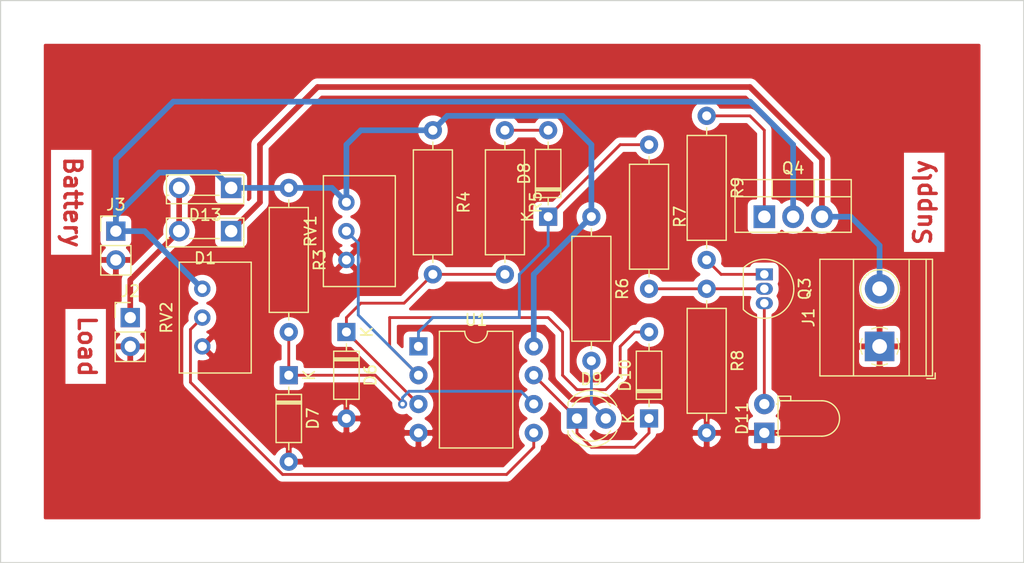
<source format=kicad_pcb>
(kicad_pcb (version 20171130) (host pcbnew "(5.1.8)-1")

  (general
    (thickness 1.6)
    (drawings 7)
    (tracks 98)
    (zones 0)
    (modules 23)
    (nets 17)
  )

  (page A4)
  (layers
    (0 F.Cu signal)
    (31 B.Cu signal)
    (32 B.Adhes user)
    (33 F.Adhes user)
    (34 B.Paste user)
    (35 F.Paste user)
    (36 B.SilkS user)
    (37 F.SilkS user)
    (38 B.Mask user)
    (39 F.Mask user)
    (40 Dwgs.User user)
    (41 Cmts.User user)
    (42 Eco1.User user)
    (43 Eco2.User user)
    (44 Edge.Cuts user)
    (45 Margin user)
    (46 B.CrtYd user)
    (47 F.CrtYd user)
    (48 B.Fab user)
    (49 F.Fab user)
  )

  (setup
    (last_trace_width 0.25)
    (trace_clearance 0.2)
    (zone_clearance 0.508)
    (zone_45_only no)
    (trace_min 0.2)
    (via_size 0.8)
    (via_drill 0.4)
    (via_min_size 0.4)
    (via_min_drill 0.3)
    (uvia_size 0.3)
    (uvia_drill 0.1)
    (uvias_allowed no)
    (uvia_min_size 0.2)
    (uvia_min_drill 0.1)
    (edge_width 0.1)
    (segment_width 0.2)
    (pcb_text_width 0.3)
    (pcb_text_size 1.5 1.5)
    (mod_edge_width 0.15)
    (mod_text_size 1 1)
    (mod_text_width 0.15)
    (pad_size 1.524 1.524)
    (pad_drill 0.762)
    (pad_to_mask_clearance 0)
    (aux_axis_origin 0 0)
    (visible_elements 7FFFFFFF)
    (pcbplotparams
      (layerselection 0x010fc_ffffffff)
      (usegerberextensions false)
      (usegerberattributes true)
      (usegerberadvancedattributes true)
      (creategerberjobfile true)
      (excludeedgelayer true)
      (linewidth 0.100000)
      (plotframeref false)
      (viasonmask false)
      (mode 1)
      (useauxorigin false)
      (hpglpennumber 1)
      (hpglpenspeed 20)
      (hpglpendiameter 15.000000)
      (psnegative false)
      (psa4output false)
      (plotreference true)
      (plotvalue true)
      (plotinvisibletext false)
      (padsonsilk false)
      (subtractmaskfromsilk false)
      (outputformat 1)
      (mirror false)
      (drillshape 1)
      (scaleselection 1)
      (outputdirectory ""))
  )

  (net 0 "")
  (net 1 Load+)
  (net 2 Supply+)
  (net 3 Battery-)
  (net 4 "Net-(D6-Pad1)")
  (net 5 "Net-(D7-Pad1)")
  (net 6 "Net-(D8-Pad2)")
  (net 7 "Net-(D8-Pad1)")
  (net 8 "Net-(D9-Pad2)")
  (net 9 "Net-(D10-Pad1)")
  (net 10 "Net-(D10-Pad2)")
  (net 11 "Net-(D11-Pad2)")
  (net 12 Battery+)
  (net 13 "Net-(Q3-Pad1)")
  (net 14 "Net-(Q3-Pad2)")
  (net 15 "Net-(Q4-Pad1)")
  (net 16 "Net-(RV2-Pad2)")

  (net_class Default "This is the default net class."
    (clearance 0.2)
    (trace_width 0.25)
    (via_dia 0.8)
    (via_drill 0.4)
    (uvia_dia 0.3)
    (uvia_drill 0.1)
    (add_net "Net-(D10-Pad1)")
    (add_net "Net-(D10-Pad2)")
    (add_net "Net-(D11-Pad2)")
    (add_net "Net-(D6-Pad1)")
    (add_net "Net-(D7-Pad1)")
    (add_net "Net-(D8-Pad1)")
    (add_net "Net-(D8-Pad2)")
    (add_net "Net-(D9-Pad2)")
    (add_net "Net-(Q3-Pad1)")
    (add_net "Net-(Q3-Pad2)")
    (add_net "Net-(Q4-Pad1)")
    (add_net "Net-(RV2-Pad2)")
  )

  (net_class Power ""
    (clearance 0.2)
    (trace_width 0.5)
    (via_dia 0.8)
    (via_drill 0.4)
    (uvia_dia 0.3)
    (uvia_drill 0.1)
    (add_net Battery+)
    (add_net Battery-)
    (add_net Load+)
    (add_net Supply+)
  )

  (module Package_DIP:DIP-8_W10.16mm (layer F.Cu) (tedit 5A02E8C5) (tstamp 5FE29301)
    (at 127 139.7)
    (descr "8-lead though-hole mounted DIP package, row spacing 10.16 mm (400 mils)")
    (tags "THT DIP DIL PDIP 2.54mm 10.16mm 400mil")
    (path /5FD9F877)
    (fp_text reference U1 (at 5.08 -2.33) (layer F.SilkS)
      (effects (font (size 1 1) (thickness 0.15)))
    )
    (fp_text value LM358 (at 5.08 9.95) (layer F.Fab)
      (effects (font (size 1 1) (thickness 0.15)))
    )
    (fp_line (start 11.25 -1.55) (end -1.05 -1.55) (layer F.CrtYd) (width 0.05))
    (fp_line (start 11.25 9.15) (end 11.25 -1.55) (layer F.CrtYd) (width 0.05))
    (fp_line (start -1.05 9.15) (end 11.25 9.15) (layer F.CrtYd) (width 0.05))
    (fp_line (start -1.05 -1.55) (end -1.05 9.15) (layer F.CrtYd) (width 0.05))
    (fp_line (start 8.315 -1.33) (end 6.08 -1.33) (layer F.SilkS) (width 0.12))
    (fp_line (start 8.315 8.95) (end 8.315 -1.33) (layer F.SilkS) (width 0.12))
    (fp_line (start 1.845 8.95) (end 8.315 8.95) (layer F.SilkS) (width 0.12))
    (fp_line (start 1.845 -1.33) (end 1.845 8.95) (layer F.SilkS) (width 0.12))
    (fp_line (start 4.08 -1.33) (end 1.845 -1.33) (layer F.SilkS) (width 0.12))
    (fp_line (start 1.905 -0.27) (end 2.905 -1.27) (layer F.Fab) (width 0.1))
    (fp_line (start 1.905 8.89) (end 1.905 -0.27) (layer F.Fab) (width 0.1))
    (fp_line (start 8.255 8.89) (end 1.905 8.89) (layer F.Fab) (width 0.1))
    (fp_line (start 8.255 -1.27) (end 8.255 8.89) (layer F.Fab) (width 0.1))
    (fp_line (start 2.905 -1.27) (end 8.255 -1.27) (layer F.Fab) (width 0.1))
    (fp_text user %R (at 5.08 3.81) (layer F.Fab)
      (effects (font (size 1 1) (thickness 0.15)))
    )
    (fp_arc (start 5.08 -1.33) (end 4.08 -1.33) (angle -180) (layer F.SilkS) (width 0.12))
    (pad 8 thru_hole oval (at 10.16 0) (size 1.6 1.6) (drill 0.8) (layers *.Cu *.Mask)
      (net 12 Battery+))
    (pad 4 thru_hole oval (at 0 7.62) (size 1.6 1.6) (drill 0.8) (layers *.Cu *.Mask)
      (net 3 Battery-))
    (pad 7 thru_hole oval (at 10.16 2.54) (size 1.6 1.6) (drill 0.8) (layers *.Cu *.Mask)
      (net 9 "Net-(D10-Pad1)"))
    (pad 3 thru_hole oval (at 0 5.08) (size 1.6 1.6) (drill 0.8) (layers *.Cu *.Mask)
      (net 4 "Net-(D6-Pad1)"))
    (pad 6 thru_hole oval (at 10.16 5.08) (size 1.6 1.6) (drill 0.8) (layers *.Cu *.Mask)
      (net 5 "Net-(D7-Pad1)"))
    (pad 2 thru_hole oval (at 0 2.54) (size 1.6 1.6) (drill 0.8) (layers *.Cu *.Mask)
      (net 10 "Net-(D10-Pad2)"))
    (pad 5 thru_hole oval (at 10.16 7.62) (size 1.6 1.6) (drill 0.8) (layers *.Cu *.Mask)
      (net 16 "Net-(RV2-Pad2)"))
    (pad 1 thru_hole rect (at 0 0) (size 1.6 1.6) (drill 0.8) (layers *.Cu *.Mask)
      (net 7 "Net-(D8-Pad1)"))
    (model ${KISYS3DMOD}/Package_DIP.3dshapes/DIP-8_W10.16mm.wrl
      (at (xyz 0 0 0))
      (scale (xyz 1 1 1))
      (rotate (xyz 0 0 0))
    )
  )

  (module Potentiometer_THT:Potentiometer_Bourns_3299W_Vertical (layer F.Cu) (tedit 5A3D4994) (tstamp 5FE292E5)
    (at 107.95 134.62 90)
    (descr "Potentiometer, vertical, Bourns 3299W, https://www.bourns.com/pdfs/3299.pdf")
    (tags "Potentiometer vertical Bourns 3299W")
    (path /5FDE6D1E)
    (fp_text reference RV2 (at -2.54 -3.16 90) (layer F.SilkS)
      (effects (font (size 1 1) (thickness 0.15)))
    )
    (fp_text value R_POT_TRIM (at -2.54 5.44 90) (layer F.Fab)
      (effects (font (size 1 1) (thickness 0.15)))
    )
    (fp_line (start 2.5 -2.2) (end -7.6 -2.2) (layer F.CrtYd) (width 0.05))
    (fp_line (start 2.5 4.45) (end 2.5 -2.2) (layer F.CrtYd) (width 0.05))
    (fp_line (start -7.6 4.45) (end 2.5 4.45) (layer F.CrtYd) (width 0.05))
    (fp_line (start -7.6 -2.2) (end -7.6 4.45) (layer F.CrtYd) (width 0.05))
    (fp_line (start 2.345 -2.03) (end 2.345 4.31) (layer F.SilkS) (width 0.12))
    (fp_line (start -7.425 -2.03) (end -7.425 4.31) (layer F.SilkS) (width 0.12))
    (fp_line (start -7.425 4.31) (end 2.345 4.31) (layer F.SilkS) (width 0.12))
    (fp_line (start -7.425 -2.03) (end 2.345 -2.03) (layer F.SilkS) (width 0.12))
    (fp_line (start 0.955 4.005) (end 0.956 1.836) (layer F.Fab) (width 0.1))
    (fp_line (start 0.955 4.005) (end 0.956 1.836) (layer F.Fab) (width 0.1))
    (fp_line (start 2.225 -1.91) (end -7.305 -1.91) (layer F.Fab) (width 0.1))
    (fp_line (start 2.225 4.19) (end 2.225 -1.91) (layer F.Fab) (width 0.1))
    (fp_line (start -7.305 4.19) (end 2.225 4.19) (layer F.Fab) (width 0.1))
    (fp_line (start -7.305 -1.91) (end -7.305 4.19) (layer F.Fab) (width 0.1))
    (fp_circle (center 0.955 2.92) (end 2.05 2.92) (layer F.Fab) (width 0.1))
    (fp_text user %R (at -3.175 1.14 90) (layer F.Fab)
      (effects (font (size 1 1) (thickness 0.15)))
    )
    (pad 3 thru_hole circle (at -5.08 0 90) (size 1.44 1.44) (drill 0.8) (layers *.Cu *.Mask)
      (net 3 Battery-))
    (pad 2 thru_hole circle (at -2.54 0 90) (size 1.44 1.44) (drill 0.8) (layers *.Cu *.Mask)
      (net 16 "Net-(RV2-Pad2)"))
    (pad 1 thru_hole circle (at 0 0 90) (size 1.44 1.44) (drill 0.8) (layers *.Cu *.Mask)
      (net 12 Battery+))
    (model ${KISYS3DMOD}/Potentiometer_THT.3dshapes/Potentiometer_Bourns_3299W_Vertical.wrl
      (at (xyz 0 0 0))
      (scale (xyz 1 1 1))
      (rotate (xyz 0 0 0))
    )
  )

  (module Potentiometer_THT:Potentiometer_Bourns_3299W_Vertical (layer F.Cu) (tedit 5A3D4994) (tstamp 5FE292CE)
    (at 120.65 127 90)
    (descr "Potentiometer, vertical, Bourns 3299W, https://www.bourns.com/pdfs/3299.pdf")
    (tags "Potentiometer vertical Bourns 3299W")
    (path /5FDB048A)
    (fp_text reference RV1 (at -2.54 -3.16 90) (layer F.SilkS)
      (effects (font (size 1 1) (thickness 0.15)))
    )
    (fp_text value R_POT_TRIM (at -2.54 5.44 90) (layer F.Fab)
      (effects (font (size 1 1) (thickness 0.15)))
    )
    (fp_line (start 2.5 -2.2) (end -7.6 -2.2) (layer F.CrtYd) (width 0.05))
    (fp_line (start 2.5 4.45) (end 2.5 -2.2) (layer F.CrtYd) (width 0.05))
    (fp_line (start -7.6 4.45) (end 2.5 4.45) (layer F.CrtYd) (width 0.05))
    (fp_line (start -7.6 -2.2) (end -7.6 4.45) (layer F.CrtYd) (width 0.05))
    (fp_line (start 2.345 -2.03) (end 2.345 4.31) (layer F.SilkS) (width 0.12))
    (fp_line (start -7.425 -2.03) (end -7.425 4.31) (layer F.SilkS) (width 0.12))
    (fp_line (start -7.425 4.31) (end 2.345 4.31) (layer F.SilkS) (width 0.12))
    (fp_line (start -7.425 -2.03) (end 2.345 -2.03) (layer F.SilkS) (width 0.12))
    (fp_line (start 0.955 4.005) (end 0.956 1.836) (layer F.Fab) (width 0.1))
    (fp_line (start 0.955 4.005) (end 0.956 1.836) (layer F.Fab) (width 0.1))
    (fp_line (start 2.225 -1.91) (end -7.305 -1.91) (layer F.Fab) (width 0.1))
    (fp_line (start 2.225 4.19) (end 2.225 -1.91) (layer F.Fab) (width 0.1))
    (fp_line (start -7.305 4.19) (end 2.225 4.19) (layer F.Fab) (width 0.1))
    (fp_line (start -7.305 -1.91) (end -7.305 4.19) (layer F.Fab) (width 0.1))
    (fp_circle (center 0.955 2.92) (end 2.05 2.92) (layer F.Fab) (width 0.1))
    (fp_text user %R (at -3.175 1.14 90) (layer F.Fab)
      (effects (font (size 1 1) (thickness 0.15)))
    )
    (pad 3 thru_hole circle (at -5.08 0 90) (size 1.44 1.44) (drill 0.8) (layers *.Cu *.Mask)
      (net 3 Battery-))
    (pad 2 thru_hole circle (at -2.54 0 90) (size 1.44 1.44) (drill 0.8) (layers *.Cu *.Mask)
      (net 10 "Net-(D10-Pad2)"))
    (pad 1 thru_hole circle (at 0 0 90) (size 1.44 1.44) (drill 0.8) (layers *.Cu *.Mask)
      (net 12 Battery+))
    (model ${KISYS3DMOD}/Potentiometer_THT.3dshapes/Potentiometer_Bourns_3299W_Vertical.wrl
      (at (xyz 0 0 0))
      (scale (xyz 1 1 1))
      (rotate (xyz 0 0 0))
    )
  )

  (module Resistor_THT:R_Axial_DIN0309_L9.0mm_D3.2mm_P12.70mm_Horizontal (layer F.Cu) (tedit 5AE5139B) (tstamp 5FE292B7)
    (at 152.4 119.38 270)
    (descr "Resistor, Axial_DIN0309 series, Axial, Horizontal, pin pitch=12.7mm, 0.5W = 1/2W, length*diameter=9*3.2mm^2, http://cdn-reichelt.de/documents/datenblatt/B400/1_4W%23YAG.pdf")
    (tags "Resistor Axial_DIN0309 series Axial Horizontal pin pitch 12.7mm 0.5W = 1/2W length 9mm diameter 3.2mm")
    (path /5FE369CE)
    (fp_text reference R9 (at 6.35 -2.72 90) (layer F.SilkS)
      (effects (font (size 1 1) (thickness 0.15)))
    )
    (fp_text value R (at 6.35 2.72 90) (layer F.Fab)
      (effects (font (size 1 1) (thickness 0.15)))
    )
    (fp_line (start 13.75 -1.85) (end -1.05 -1.85) (layer F.CrtYd) (width 0.05))
    (fp_line (start 13.75 1.85) (end 13.75 -1.85) (layer F.CrtYd) (width 0.05))
    (fp_line (start -1.05 1.85) (end 13.75 1.85) (layer F.CrtYd) (width 0.05))
    (fp_line (start -1.05 -1.85) (end -1.05 1.85) (layer F.CrtYd) (width 0.05))
    (fp_line (start 11.66 0) (end 10.97 0) (layer F.SilkS) (width 0.12))
    (fp_line (start 1.04 0) (end 1.73 0) (layer F.SilkS) (width 0.12))
    (fp_line (start 10.97 -1.72) (end 1.73 -1.72) (layer F.SilkS) (width 0.12))
    (fp_line (start 10.97 1.72) (end 10.97 -1.72) (layer F.SilkS) (width 0.12))
    (fp_line (start 1.73 1.72) (end 10.97 1.72) (layer F.SilkS) (width 0.12))
    (fp_line (start 1.73 -1.72) (end 1.73 1.72) (layer F.SilkS) (width 0.12))
    (fp_line (start 12.7 0) (end 10.85 0) (layer F.Fab) (width 0.1))
    (fp_line (start 0 0) (end 1.85 0) (layer F.Fab) (width 0.1))
    (fp_line (start 10.85 -1.6) (end 1.85 -1.6) (layer F.Fab) (width 0.1))
    (fp_line (start 10.85 1.6) (end 10.85 -1.6) (layer F.Fab) (width 0.1))
    (fp_line (start 1.85 1.6) (end 10.85 1.6) (layer F.Fab) (width 0.1))
    (fp_line (start 1.85 -1.6) (end 1.85 1.6) (layer F.Fab) (width 0.1))
    (fp_text user %R (at 6.35 0 90) (layer F.Fab)
      (effects (font (size 1 1) (thickness 0.15)))
    )
    (pad 2 thru_hole oval (at 12.7 0 270) (size 1.6 1.6) (drill 0.8) (layers *.Cu *.Mask)
      (net 13 "Net-(Q3-Pad1)"))
    (pad 1 thru_hole circle (at 0 0 270) (size 1.6 1.6) (drill 0.8) (layers *.Cu *.Mask)
      (net 15 "Net-(Q4-Pad1)"))
    (model ${KISYS3DMOD}/Resistor_THT.3dshapes/R_Axial_DIN0309_L9.0mm_D3.2mm_P12.70mm_Horizontal.wrl
      (at (xyz 0 0 0))
      (scale (xyz 1 1 1))
      (rotate (xyz 0 0 0))
    )
  )

  (module Resistor_THT:R_Axial_DIN0309_L9.0mm_D3.2mm_P12.70mm_Horizontal (layer F.Cu) (tedit 5AE5139B) (tstamp 5FE292A0)
    (at 152.4 134.62 270)
    (descr "Resistor, Axial_DIN0309 series, Axial, Horizontal, pin pitch=12.7mm, 0.5W = 1/2W, length*diameter=9*3.2mm^2, http://cdn-reichelt.de/documents/datenblatt/B400/1_4W%23YAG.pdf")
    (tags "Resistor Axial_DIN0309 series Axial Horizontal pin pitch 12.7mm 0.5W = 1/2W length 9mm diameter 3.2mm")
    (path /5FE26432)
    (fp_text reference R8 (at 6.35 -2.72 90) (layer F.SilkS)
      (effects (font (size 1 1) (thickness 0.15)))
    )
    (fp_text value R (at 6.35 2.72 90) (layer F.Fab)
      (effects (font (size 1 1) (thickness 0.15)))
    )
    (fp_line (start 13.75 -1.85) (end -1.05 -1.85) (layer F.CrtYd) (width 0.05))
    (fp_line (start 13.75 1.85) (end 13.75 -1.85) (layer F.CrtYd) (width 0.05))
    (fp_line (start -1.05 1.85) (end 13.75 1.85) (layer F.CrtYd) (width 0.05))
    (fp_line (start -1.05 -1.85) (end -1.05 1.85) (layer F.CrtYd) (width 0.05))
    (fp_line (start 11.66 0) (end 10.97 0) (layer F.SilkS) (width 0.12))
    (fp_line (start 1.04 0) (end 1.73 0) (layer F.SilkS) (width 0.12))
    (fp_line (start 10.97 -1.72) (end 1.73 -1.72) (layer F.SilkS) (width 0.12))
    (fp_line (start 10.97 1.72) (end 10.97 -1.72) (layer F.SilkS) (width 0.12))
    (fp_line (start 1.73 1.72) (end 10.97 1.72) (layer F.SilkS) (width 0.12))
    (fp_line (start 1.73 -1.72) (end 1.73 1.72) (layer F.SilkS) (width 0.12))
    (fp_line (start 12.7 0) (end 10.85 0) (layer F.Fab) (width 0.1))
    (fp_line (start 0 0) (end 1.85 0) (layer F.Fab) (width 0.1))
    (fp_line (start 10.85 -1.6) (end 1.85 -1.6) (layer F.Fab) (width 0.1))
    (fp_line (start 10.85 1.6) (end 10.85 -1.6) (layer F.Fab) (width 0.1))
    (fp_line (start 1.85 1.6) (end 10.85 1.6) (layer F.Fab) (width 0.1))
    (fp_line (start 1.85 -1.6) (end 1.85 1.6) (layer F.Fab) (width 0.1))
    (fp_text user %R (at 6.35 0 90) (layer F.Fab)
      (effects (font (size 1 1) (thickness 0.15)))
    )
    (pad 2 thru_hole oval (at 12.7 0 270) (size 1.6 1.6) (drill 0.8) (layers *.Cu *.Mask)
      (net 3 Battery-))
    (pad 1 thru_hole circle (at 0 0 270) (size 1.6 1.6) (drill 0.8) (layers *.Cu *.Mask)
      (net 14 "Net-(Q3-Pad2)"))
    (model ${KISYS3DMOD}/Resistor_THT.3dshapes/R_Axial_DIN0309_L9.0mm_D3.2mm_P12.70mm_Horizontal.wrl
      (at (xyz 0 0 0))
      (scale (xyz 1 1 1))
      (rotate (xyz 0 0 0))
    )
  )

  (module Resistor_THT:R_Axial_DIN0309_L9.0mm_D3.2mm_P12.70mm_Horizontal (layer F.Cu) (tedit 5AE5139B) (tstamp 5FE29289)
    (at 147.32 121.92 270)
    (descr "Resistor, Axial_DIN0309 series, Axial, Horizontal, pin pitch=12.7mm, 0.5W = 1/2W, length*diameter=9*3.2mm^2, http://cdn-reichelt.de/documents/datenblatt/B400/1_4W%23YAG.pdf")
    (tags "Resistor Axial_DIN0309 series Axial Horizontal pin pitch 12.7mm 0.5W = 1/2W length 9mm diameter 3.2mm")
    (path /5FE25C57)
    (fp_text reference R7 (at 6.35 -2.72 90) (layer F.SilkS)
      (effects (font (size 1 1) (thickness 0.15)))
    )
    (fp_text value R (at 6.35 2.72 90) (layer F.Fab)
      (effects (font (size 1 1) (thickness 0.15)))
    )
    (fp_line (start 13.75 -1.85) (end -1.05 -1.85) (layer F.CrtYd) (width 0.05))
    (fp_line (start 13.75 1.85) (end 13.75 -1.85) (layer F.CrtYd) (width 0.05))
    (fp_line (start -1.05 1.85) (end 13.75 1.85) (layer F.CrtYd) (width 0.05))
    (fp_line (start -1.05 -1.85) (end -1.05 1.85) (layer F.CrtYd) (width 0.05))
    (fp_line (start 11.66 0) (end 10.97 0) (layer F.SilkS) (width 0.12))
    (fp_line (start 1.04 0) (end 1.73 0) (layer F.SilkS) (width 0.12))
    (fp_line (start 10.97 -1.72) (end 1.73 -1.72) (layer F.SilkS) (width 0.12))
    (fp_line (start 10.97 1.72) (end 10.97 -1.72) (layer F.SilkS) (width 0.12))
    (fp_line (start 1.73 1.72) (end 10.97 1.72) (layer F.SilkS) (width 0.12))
    (fp_line (start 1.73 -1.72) (end 1.73 1.72) (layer F.SilkS) (width 0.12))
    (fp_line (start 12.7 0) (end 10.85 0) (layer F.Fab) (width 0.1))
    (fp_line (start 0 0) (end 1.85 0) (layer F.Fab) (width 0.1))
    (fp_line (start 10.85 -1.6) (end 1.85 -1.6) (layer F.Fab) (width 0.1))
    (fp_line (start 10.85 1.6) (end 10.85 -1.6) (layer F.Fab) (width 0.1))
    (fp_line (start 1.85 1.6) (end 10.85 1.6) (layer F.Fab) (width 0.1))
    (fp_line (start 1.85 -1.6) (end 1.85 1.6) (layer F.Fab) (width 0.1))
    (fp_text user %R (at 6.35 0 90) (layer F.Fab)
      (effects (font (size 1 1) (thickness 0.15)))
    )
    (pad 2 thru_hole oval (at 12.7 0 270) (size 1.6 1.6) (drill 0.8) (layers *.Cu *.Mask)
      (net 14 "Net-(Q3-Pad2)"))
    (pad 1 thru_hole circle (at 0 0 270) (size 1.6 1.6) (drill 0.8) (layers *.Cu *.Mask)
      (net 7 "Net-(D8-Pad1)"))
    (model ${KISYS3DMOD}/Resistor_THT.3dshapes/R_Axial_DIN0309_L9.0mm_D3.2mm_P12.70mm_Horizontal.wrl
      (at (xyz 0 0 0))
      (scale (xyz 1 1 1))
      (rotate (xyz 0 0 0))
    )
  )

  (module Resistor_THT:R_Axial_DIN0309_L9.0mm_D3.2mm_P12.70mm_Horizontal (layer F.Cu) (tedit 5AE5139B) (tstamp 5FE29272)
    (at 142.24 128.27 270)
    (descr "Resistor, Axial_DIN0309 series, Axial, Horizontal, pin pitch=12.7mm, 0.5W = 1/2W, length*diameter=9*3.2mm^2, http://cdn-reichelt.de/documents/datenblatt/B400/1_4W%23YAG.pdf")
    (tags "Resistor Axial_DIN0309 series Axial Horizontal pin pitch 12.7mm 0.5W = 1/2W length 9mm diameter 3.2mm")
    (path /5FE1E09E)
    (fp_text reference R6 (at 6.35 -2.72 90) (layer F.SilkS)
      (effects (font (size 1 1) (thickness 0.15)))
    )
    (fp_text value R (at 6.35 2.72 90) (layer F.Fab)
      (effects (font (size 1 1) (thickness 0.15)))
    )
    (fp_line (start 13.75 -1.85) (end -1.05 -1.85) (layer F.CrtYd) (width 0.05))
    (fp_line (start 13.75 1.85) (end 13.75 -1.85) (layer F.CrtYd) (width 0.05))
    (fp_line (start -1.05 1.85) (end 13.75 1.85) (layer F.CrtYd) (width 0.05))
    (fp_line (start -1.05 -1.85) (end -1.05 1.85) (layer F.CrtYd) (width 0.05))
    (fp_line (start 11.66 0) (end 10.97 0) (layer F.SilkS) (width 0.12))
    (fp_line (start 1.04 0) (end 1.73 0) (layer F.SilkS) (width 0.12))
    (fp_line (start 10.97 -1.72) (end 1.73 -1.72) (layer F.SilkS) (width 0.12))
    (fp_line (start 10.97 1.72) (end 10.97 -1.72) (layer F.SilkS) (width 0.12))
    (fp_line (start 1.73 1.72) (end 10.97 1.72) (layer F.SilkS) (width 0.12))
    (fp_line (start 1.73 -1.72) (end 1.73 1.72) (layer F.SilkS) (width 0.12))
    (fp_line (start 12.7 0) (end 10.85 0) (layer F.Fab) (width 0.1))
    (fp_line (start 0 0) (end 1.85 0) (layer F.Fab) (width 0.1))
    (fp_line (start 10.85 -1.6) (end 1.85 -1.6) (layer F.Fab) (width 0.1))
    (fp_line (start 10.85 1.6) (end 10.85 -1.6) (layer F.Fab) (width 0.1))
    (fp_line (start 1.85 1.6) (end 10.85 1.6) (layer F.Fab) (width 0.1))
    (fp_line (start 1.85 -1.6) (end 1.85 1.6) (layer F.Fab) (width 0.1))
    (fp_text user %R (at 6.35 0 90) (layer F.Fab)
      (effects (font (size 1 1) (thickness 0.15)))
    )
    (pad 2 thru_hole oval (at 12.7 0 270) (size 1.6 1.6) (drill 0.8) (layers *.Cu *.Mask)
      (net 8 "Net-(D9-Pad2)"))
    (pad 1 thru_hole circle (at 0 0 270) (size 1.6 1.6) (drill 0.8) (layers *.Cu *.Mask)
      (net 12 Battery+))
    (model ${KISYS3DMOD}/Resistor_THT.3dshapes/R_Axial_DIN0309_L9.0mm_D3.2mm_P12.70mm_Horizontal.wrl
      (at (xyz 0 0 0))
      (scale (xyz 1 1 1))
      (rotate (xyz 0 0 0))
    )
  )

  (module Resistor_THT:R_Axial_DIN0309_L9.0mm_D3.2mm_P12.70mm_Horizontal (layer F.Cu) (tedit 5AE5139B) (tstamp 5FE2925B)
    (at 134.62 120.65 270)
    (descr "Resistor, Axial_DIN0309 series, Axial, Horizontal, pin pitch=12.7mm, 0.5W = 1/2W, length*diameter=9*3.2mm^2, http://cdn-reichelt.de/documents/datenblatt/B400/1_4W%23YAG.pdf")
    (tags "Resistor Axial_DIN0309 series Axial Horizontal pin pitch 12.7mm 0.5W = 1/2W length 9mm diameter 3.2mm")
    (path /5FDF083D)
    (fp_text reference R5 (at 6.35 -2.72 90) (layer F.SilkS)
      (effects (font (size 1 1) (thickness 0.15)))
    )
    (fp_text value R (at 6.35 2.72 90) (layer F.Fab)
      (effects (font (size 1 1) (thickness 0.15)))
    )
    (fp_line (start 13.75 -1.85) (end -1.05 -1.85) (layer F.CrtYd) (width 0.05))
    (fp_line (start 13.75 1.85) (end 13.75 -1.85) (layer F.CrtYd) (width 0.05))
    (fp_line (start -1.05 1.85) (end 13.75 1.85) (layer F.CrtYd) (width 0.05))
    (fp_line (start -1.05 -1.85) (end -1.05 1.85) (layer F.CrtYd) (width 0.05))
    (fp_line (start 11.66 0) (end 10.97 0) (layer F.SilkS) (width 0.12))
    (fp_line (start 1.04 0) (end 1.73 0) (layer F.SilkS) (width 0.12))
    (fp_line (start 10.97 -1.72) (end 1.73 -1.72) (layer F.SilkS) (width 0.12))
    (fp_line (start 10.97 1.72) (end 10.97 -1.72) (layer F.SilkS) (width 0.12))
    (fp_line (start 1.73 1.72) (end 10.97 1.72) (layer F.SilkS) (width 0.12))
    (fp_line (start 1.73 -1.72) (end 1.73 1.72) (layer F.SilkS) (width 0.12))
    (fp_line (start 12.7 0) (end 10.85 0) (layer F.Fab) (width 0.1))
    (fp_line (start 0 0) (end 1.85 0) (layer F.Fab) (width 0.1))
    (fp_line (start 10.85 -1.6) (end 1.85 -1.6) (layer F.Fab) (width 0.1))
    (fp_line (start 10.85 1.6) (end 10.85 -1.6) (layer F.Fab) (width 0.1))
    (fp_line (start 1.85 1.6) (end 10.85 1.6) (layer F.Fab) (width 0.1))
    (fp_line (start 1.85 -1.6) (end 1.85 1.6) (layer F.Fab) (width 0.1))
    (fp_text user %R (at 6.35 0 90) (layer F.Fab)
      (effects (font (size 1 1) (thickness 0.15)))
    )
    (pad 2 thru_hole oval (at 12.7 0 270) (size 1.6 1.6) (drill 0.8) (layers *.Cu *.Mask)
      (net 4 "Net-(D6-Pad1)"))
    (pad 1 thru_hole circle (at 0 0 270) (size 1.6 1.6) (drill 0.8) (layers *.Cu *.Mask)
      (net 6 "Net-(D8-Pad2)"))
    (model ${KISYS3DMOD}/Resistor_THT.3dshapes/R_Axial_DIN0309_L9.0mm_D3.2mm_P12.70mm_Horizontal.wrl
      (at (xyz 0 0 0))
      (scale (xyz 1 1 1))
      (rotate (xyz 0 0 0))
    )
  )

  (module Resistor_THT:R_Axial_DIN0309_L9.0mm_D3.2mm_P12.70mm_Horizontal (layer F.Cu) (tedit 5AE5139B) (tstamp 5FE29244)
    (at 128.27 120.65 270)
    (descr "Resistor, Axial_DIN0309 series, Axial, Horizontal, pin pitch=12.7mm, 0.5W = 1/2W, length*diameter=9*3.2mm^2, http://cdn-reichelt.de/documents/datenblatt/B400/1_4W%23YAG.pdf")
    (tags "Resistor Axial_DIN0309 series Axial Horizontal pin pitch 12.7mm 0.5W = 1/2W length 9mm diameter 3.2mm")
    (path /5FDE8E69)
    (fp_text reference R4 (at 6.35 -2.72 90) (layer F.SilkS)
      (effects (font (size 1 1) (thickness 0.15)))
    )
    (fp_text value R (at 6.35 2.72 90) (layer F.Fab)
      (effects (font (size 1 1) (thickness 0.15)))
    )
    (fp_line (start 13.75 -1.85) (end -1.05 -1.85) (layer F.CrtYd) (width 0.05))
    (fp_line (start 13.75 1.85) (end 13.75 -1.85) (layer F.CrtYd) (width 0.05))
    (fp_line (start -1.05 1.85) (end 13.75 1.85) (layer F.CrtYd) (width 0.05))
    (fp_line (start -1.05 -1.85) (end -1.05 1.85) (layer F.CrtYd) (width 0.05))
    (fp_line (start 11.66 0) (end 10.97 0) (layer F.SilkS) (width 0.12))
    (fp_line (start 1.04 0) (end 1.73 0) (layer F.SilkS) (width 0.12))
    (fp_line (start 10.97 -1.72) (end 1.73 -1.72) (layer F.SilkS) (width 0.12))
    (fp_line (start 10.97 1.72) (end 10.97 -1.72) (layer F.SilkS) (width 0.12))
    (fp_line (start 1.73 1.72) (end 10.97 1.72) (layer F.SilkS) (width 0.12))
    (fp_line (start 1.73 -1.72) (end 1.73 1.72) (layer F.SilkS) (width 0.12))
    (fp_line (start 12.7 0) (end 10.85 0) (layer F.Fab) (width 0.1))
    (fp_line (start 0 0) (end 1.85 0) (layer F.Fab) (width 0.1))
    (fp_line (start 10.85 -1.6) (end 1.85 -1.6) (layer F.Fab) (width 0.1))
    (fp_line (start 10.85 1.6) (end 10.85 -1.6) (layer F.Fab) (width 0.1))
    (fp_line (start 1.85 1.6) (end 10.85 1.6) (layer F.Fab) (width 0.1))
    (fp_line (start 1.85 -1.6) (end 1.85 1.6) (layer F.Fab) (width 0.1))
    (fp_text user %R (at 6.35 0 90) (layer F.Fab)
      (effects (font (size 1 1) (thickness 0.15)))
    )
    (pad 2 thru_hole oval (at 12.7 0 270) (size 1.6 1.6) (drill 0.8) (layers *.Cu *.Mask)
      (net 4 "Net-(D6-Pad1)"))
    (pad 1 thru_hole circle (at 0 0 270) (size 1.6 1.6) (drill 0.8) (layers *.Cu *.Mask)
      (net 12 Battery+))
    (model ${KISYS3DMOD}/Resistor_THT.3dshapes/R_Axial_DIN0309_L9.0mm_D3.2mm_P12.70mm_Horizontal.wrl
      (at (xyz 0 0 0))
      (scale (xyz 1 1 1))
      (rotate (xyz 0 0 0))
    )
  )

  (module Resistor_THT:R_Axial_DIN0309_L9.0mm_D3.2mm_P12.70mm_Horizontal (layer F.Cu) (tedit 5AE5139B) (tstamp 5FE2922D)
    (at 115.57 125.73 270)
    (descr "Resistor, Axial_DIN0309 series, Axial, Horizontal, pin pitch=12.7mm, 0.5W = 1/2W, length*diameter=9*3.2mm^2, http://cdn-reichelt.de/documents/datenblatt/B400/1_4W%23YAG.pdf")
    (tags "Resistor Axial_DIN0309 series Axial Horizontal pin pitch 12.7mm 0.5W = 1/2W length 9mm diameter 3.2mm")
    (path /5FE15454)
    (fp_text reference R3 (at 6.35 -2.72 90) (layer F.SilkS)
      (effects (font (size 1 1) (thickness 0.15)))
    )
    (fp_text value R (at 6.35 2.72 90) (layer F.Fab)
      (effects (font (size 1 1) (thickness 0.15)))
    )
    (fp_line (start 13.75 -1.85) (end -1.05 -1.85) (layer F.CrtYd) (width 0.05))
    (fp_line (start 13.75 1.85) (end 13.75 -1.85) (layer F.CrtYd) (width 0.05))
    (fp_line (start -1.05 1.85) (end 13.75 1.85) (layer F.CrtYd) (width 0.05))
    (fp_line (start -1.05 -1.85) (end -1.05 1.85) (layer F.CrtYd) (width 0.05))
    (fp_line (start 11.66 0) (end 10.97 0) (layer F.SilkS) (width 0.12))
    (fp_line (start 1.04 0) (end 1.73 0) (layer F.SilkS) (width 0.12))
    (fp_line (start 10.97 -1.72) (end 1.73 -1.72) (layer F.SilkS) (width 0.12))
    (fp_line (start 10.97 1.72) (end 10.97 -1.72) (layer F.SilkS) (width 0.12))
    (fp_line (start 1.73 1.72) (end 10.97 1.72) (layer F.SilkS) (width 0.12))
    (fp_line (start 1.73 -1.72) (end 1.73 1.72) (layer F.SilkS) (width 0.12))
    (fp_line (start 12.7 0) (end 10.85 0) (layer F.Fab) (width 0.1))
    (fp_line (start 0 0) (end 1.85 0) (layer F.Fab) (width 0.1))
    (fp_line (start 10.85 -1.6) (end 1.85 -1.6) (layer F.Fab) (width 0.1))
    (fp_line (start 10.85 1.6) (end 10.85 -1.6) (layer F.Fab) (width 0.1))
    (fp_line (start 1.85 1.6) (end 10.85 1.6) (layer F.Fab) (width 0.1))
    (fp_line (start 1.85 -1.6) (end 1.85 1.6) (layer F.Fab) (width 0.1))
    (fp_text user %R (at 6.35 0 90) (layer F.Fab)
      (effects (font (size 1 1) (thickness 0.15)))
    )
    (pad 2 thru_hole oval (at 12.7 0 270) (size 1.6 1.6) (drill 0.8) (layers *.Cu *.Mask)
      (net 5 "Net-(D7-Pad1)"))
    (pad 1 thru_hole circle (at 0 0 270) (size 1.6 1.6) (drill 0.8) (layers *.Cu *.Mask)
      (net 12 Battery+))
    (model ${KISYS3DMOD}/Resistor_THT.3dshapes/R_Axial_DIN0309_L9.0mm_D3.2mm_P12.70mm_Horizontal.wrl
      (at (xyz 0 0 0))
      (scale (xyz 1 1 1))
      (rotate (xyz 0 0 0))
    )
  )

  (module Package_TO_SOT_THT:TO-220-3_Vertical (layer F.Cu) (tedit 5AC8BA0D) (tstamp 5FE29216)
    (at 157.48 128.27)
    (descr "TO-220-3, Vertical, RM 2.54mm, see https://www.vishay.com/docs/66542/to-220-1.pdf")
    (tags "TO-220-3 Vertical RM 2.54mm")
    (path /5FE37A4D)
    (fp_text reference Q4 (at 2.54 -4.27) (layer F.SilkS)
      (effects (font (size 1 1) (thickness 0.15)))
    )
    (fp_text value TIP32 (at 2.54 2.5) (layer F.Fab)
      (effects (font (size 1 1) (thickness 0.15)))
    )
    (fp_line (start 7.79 -3.4) (end -2.71 -3.4) (layer F.CrtYd) (width 0.05))
    (fp_line (start 7.79 1.51) (end 7.79 -3.4) (layer F.CrtYd) (width 0.05))
    (fp_line (start -2.71 1.51) (end 7.79 1.51) (layer F.CrtYd) (width 0.05))
    (fp_line (start -2.71 -3.4) (end -2.71 1.51) (layer F.CrtYd) (width 0.05))
    (fp_line (start 4.391 -3.27) (end 4.391 -1.76) (layer F.SilkS) (width 0.12))
    (fp_line (start 0.69 -3.27) (end 0.69 -1.76) (layer F.SilkS) (width 0.12))
    (fp_line (start -2.58 -1.76) (end 7.66 -1.76) (layer F.SilkS) (width 0.12))
    (fp_line (start 7.66 -3.27) (end 7.66 1.371) (layer F.SilkS) (width 0.12))
    (fp_line (start -2.58 -3.27) (end -2.58 1.371) (layer F.SilkS) (width 0.12))
    (fp_line (start -2.58 1.371) (end 7.66 1.371) (layer F.SilkS) (width 0.12))
    (fp_line (start -2.58 -3.27) (end 7.66 -3.27) (layer F.SilkS) (width 0.12))
    (fp_line (start 4.39 -3.15) (end 4.39 -1.88) (layer F.Fab) (width 0.1))
    (fp_line (start 0.69 -3.15) (end 0.69 -1.88) (layer F.Fab) (width 0.1))
    (fp_line (start -2.46 -1.88) (end 7.54 -1.88) (layer F.Fab) (width 0.1))
    (fp_line (start 7.54 -3.15) (end -2.46 -3.15) (layer F.Fab) (width 0.1))
    (fp_line (start 7.54 1.25) (end 7.54 -3.15) (layer F.Fab) (width 0.1))
    (fp_line (start -2.46 1.25) (end 7.54 1.25) (layer F.Fab) (width 0.1))
    (fp_line (start -2.46 -3.15) (end -2.46 1.25) (layer F.Fab) (width 0.1))
    (fp_text user %R (at 2.54 -4.27) (layer F.Fab)
      (effects (font (size 1 1) (thickness 0.15)))
    )
    (pad 3 thru_hole oval (at 5.08 0) (size 1.905 2) (drill 1.1) (layers *.Cu *.Mask)
      (net 2 Supply+))
    (pad 2 thru_hole oval (at 2.54 0) (size 1.905 2) (drill 1.1) (layers *.Cu *.Mask)
      (net 12 Battery+))
    (pad 1 thru_hole rect (at 0 0) (size 1.905 2) (drill 1.1) (layers *.Cu *.Mask)
      (net 15 "Net-(Q4-Pad1)"))
    (model ${KISYS3DMOD}/Package_TO_SOT_THT.3dshapes/TO-220-3_Vertical.wrl
      (at (xyz 0 0 0))
      (scale (xyz 1 1 1))
      (rotate (xyz 0 0 0))
    )
  )

  (module Package_TO_SOT_THT:TO-92_Inline (layer F.Cu) (tedit 5A1DD157) (tstamp 5FE291FC)
    (at 157.48 133.35 270)
    (descr "TO-92 leads in-line, narrow, oval pads, drill 0.75mm (see NXP sot054_po.pdf)")
    (tags "to-92 sc-43 sc-43a sot54 PA33 transistor")
    (path /5FE32ED0)
    (fp_text reference Q3 (at 1.27 -3.56 90) (layer F.SilkS)
      (effects (font (size 1 1) (thickness 0.15)))
    )
    (fp_text value BC547 (at 1.27 2.79 90) (layer F.Fab)
      (effects (font (size 1 1) (thickness 0.15)))
    )
    (fp_line (start 4 2.01) (end -1.46 2.01) (layer F.CrtYd) (width 0.05))
    (fp_line (start 4 2.01) (end 4 -2.73) (layer F.CrtYd) (width 0.05))
    (fp_line (start -1.46 -2.73) (end -1.46 2.01) (layer F.CrtYd) (width 0.05))
    (fp_line (start -1.46 -2.73) (end 4 -2.73) (layer F.CrtYd) (width 0.05))
    (fp_line (start -0.5 1.75) (end 3 1.75) (layer F.Fab) (width 0.1))
    (fp_line (start -0.53 1.85) (end 3.07 1.85) (layer F.SilkS) (width 0.12))
    (fp_arc (start 1.27 0) (end 1.27 -2.6) (angle 135) (layer F.SilkS) (width 0.12))
    (fp_arc (start 1.27 0) (end 1.27 -2.48) (angle -135) (layer F.Fab) (width 0.1))
    (fp_arc (start 1.27 0) (end 1.27 -2.6) (angle -135) (layer F.SilkS) (width 0.12))
    (fp_arc (start 1.27 0) (end 1.27 -2.48) (angle 135) (layer F.Fab) (width 0.1))
    (fp_text user %R (at 1.27 0 90) (layer F.Fab)
      (effects (font (size 1 1) (thickness 0.15)))
    )
    (pad 1 thru_hole rect (at 0 0 270) (size 1.05 1.5) (drill 0.75) (layers *.Cu *.Mask)
      (net 13 "Net-(Q3-Pad1)"))
    (pad 3 thru_hole oval (at 2.54 0 270) (size 1.05 1.5) (drill 0.75) (layers *.Cu *.Mask)
      (net 11 "Net-(D11-Pad2)"))
    (pad 2 thru_hole oval (at 1.27 0 270) (size 1.05 1.5) (drill 0.75) (layers *.Cu *.Mask)
      (net 14 "Net-(Q3-Pad2)"))
    (model ${KISYS3DMOD}/Package_TO_SOT_THT.3dshapes/TO-92_Inline.wrl
      (at (xyz 0 0 0))
      (scale (xyz 1 1 1))
      (rotate (xyz 0 0 0))
    )
  )

  (module Connector_PinHeader_2.54mm:PinHeader_1x02_P2.54mm_Vertical (layer F.Cu) (tedit 59FED5CC) (tstamp 5FE291EA)
    (at 100.33 129.54)
    (descr "Through hole straight pin header, 1x02, 2.54mm pitch, single row")
    (tags "Through hole pin header THT 1x02 2.54mm single row")
    (path /5FE97B44)
    (fp_text reference J3 (at 0 -2.33) (layer F.SilkS)
      (effects (font (size 1 1) (thickness 0.15)))
    )
    (fp_text value Battery (at 0 4.87) (layer F.Fab)
      (effects (font (size 1 1) (thickness 0.15)))
    )
    (fp_line (start 1.8 -1.8) (end -1.8 -1.8) (layer F.CrtYd) (width 0.05))
    (fp_line (start 1.8 4.35) (end 1.8 -1.8) (layer F.CrtYd) (width 0.05))
    (fp_line (start -1.8 4.35) (end 1.8 4.35) (layer F.CrtYd) (width 0.05))
    (fp_line (start -1.8 -1.8) (end -1.8 4.35) (layer F.CrtYd) (width 0.05))
    (fp_line (start -1.33 -1.33) (end 0 -1.33) (layer F.SilkS) (width 0.12))
    (fp_line (start -1.33 0) (end -1.33 -1.33) (layer F.SilkS) (width 0.12))
    (fp_line (start -1.33 1.27) (end 1.33 1.27) (layer F.SilkS) (width 0.12))
    (fp_line (start 1.33 1.27) (end 1.33 3.87) (layer F.SilkS) (width 0.12))
    (fp_line (start -1.33 1.27) (end -1.33 3.87) (layer F.SilkS) (width 0.12))
    (fp_line (start -1.33 3.87) (end 1.33 3.87) (layer F.SilkS) (width 0.12))
    (fp_line (start -1.27 -0.635) (end -0.635 -1.27) (layer F.Fab) (width 0.1))
    (fp_line (start -1.27 3.81) (end -1.27 -0.635) (layer F.Fab) (width 0.1))
    (fp_line (start 1.27 3.81) (end -1.27 3.81) (layer F.Fab) (width 0.1))
    (fp_line (start 1.27 -1.27) (end 1.27 3.81) (layer F.Fab) (width 0.1))
    (fp_line (start -0.635 -1.27) (end 1.27 -1.27) (layer F.Fab) (width 0.1))
    (fp_text user %R (at 0 1.27 90) (layer F.Fab)
      (effects (font (size 1 1) (thickness 0.15)))
    )
    (pad 2 thru_hole oval (at 0 2.54) (size 1.7 1.7) (drill 1) (layers *.Cu *.Mask)
      (net 3 Battery-))
    (pad 1 thru_hole rect (at 0 0) (size 1.7 1.7) (drill 1) (layers *.Cu *.Mask)
      (net 12 Battery+))
    (model ${KISYS3DMOD}/Connector_PinHeader_2.54mm.3dshapes/PinHeader_1x02_P2.54mm_Vertical.wrl
      (at (xyz 0 0 0))
      (scale (xyz 1 1 1))
      (rotate (xyz 0 0 0))
    )
  )

  (module Connector_PinHeader_2.54mm:PinHeader_1x02_P2.54mm_Vertical (layer F.Cu) (tedit 59FED5CC) (tstamp 5FE291D4)
    (at 101.6 137.16)
    (descr "Through hole straight pin header, 1x02, 2.54mm pitch, single row")
    (tags "Through hole pin header THT 1x02 2.54mm single row")
    (path /5FED7C1F)
    (fp_text reference J2 (at 0 -2.33) (layer F.SilkS)
      (effects (font (size 1 1) (thickness 0.15)))
    )
    (fp_text value Load (at 0 4.87) (layer F.Fab)
      (effects (font (size 1 1) (thickness 0.15)))
    )
    (fp_line (start 1.8 -1.8) (end -1.8 -1.8) (layer F.CrtYd) (width 0.05))
    (fp_line (start 1.8 4.35) (end 1.8 -1.8) (layer F.CrtYd) (width 0.05))
    (fp_line (start -1.8 4.35) (end 1.8 4.35) (layer F.CrtYd) (width 0.05))
    (fp_line (start -1.8 -1.8) (end -1.8 4.35) (layer F.CrtYd) (width 0.05))
    (fp_line (start -1.33 -1.33) (end 0 -1.33) (layer F.SilkS) (width 0.12))
    (fp_line (start -1.33 0) (end -1.33 -1.33) (layer F.SilkS) (width 0.12))
    (fp_line (start -1.33 1.27) (end 1.33 1.27) (layer F.SilkS) (width 0.12))
    (fp_line (start 1.33 1.27) (end 1.33 3.87) (layer F.SilkS) (width 0.12))
    (fp_line (start -1.33 1.27) (end -1.33 3.87) (layer F.SilkS) (width 0.12))
    (fp_line (start -1.33 3.87) (end 1.33 3.87) (layer F.SilkS) (width 0.12))
    (fp_line (start -1.27 -0.635) (end -0.635 -1.27) (layer F.Fab) (width 0.1))
    (fp_line (start -1.27 3.81) (end -1.27 -0.635) (layer F.Fab) (width 0.1))
    (fp_line (start 1.27 3.81) (end -1.27 3.81) (layer F.Fab) (width 0.1))
    (fp_line (start 1.27 -1.27) (end 1.27 3.81) (layer F.Fab) (width 0.1))
    (fp_line (start -0.635 -1.27) (end 1.27 -1.27) (layer F.Fab) (width 0.1))
    (fp_text user %R (at 0 1.27 90) (layer F.Fab)
      (effects (font (size 1 1) (thickness 0.15)))
    )
    (pad 2 thru_hole oval (at 0 2.54) (size 1.7 1.7) (drill 1) (layers *.Cu *.Mask)
      (net 3 Battery-))
    (pad 1 thru_hole rect (at 0 0) (size 1.7 1.7) (drill 1) (layers *.Cu *.Mask)
      (net 1 Load+))
    (model ${KISYS3DMOD}/Connector_PinHeader_2.54mm.3dshapes/PinHeader_1x02_P2.54mm_Vertical.wrl
      (at (xyz 0 0 0))
      (scale (xyz 1 1 1))
      (rotate (xyz 0 0 0))
    )
  )

  (module TerminalBlock_Phoenix:TerminalBlock_Phoenix_MKDS-1,5-2-5.08_1x02_P5.08mm_Horizontal (layer F.Cu) (tedit 5B294EBC) (tstamp 5FE291BE)
    (at 167.64 139.7 90)
    (descr "Terminal Block Phoenix MKDS-1,5-2-5.08, 2 pins, pitch 5.08mm, size 10.2x9.8mm^2, drill diamater 1.3mm, pad diameter 2.6mm, see http://www.farnell.com/datasheets/100425.pdf, script-generated using https://github.com/pointhi/kicad-footprint-generator/scripts/TerminalBlock_Phoenix")
    (tags "THT Terminal Block Phoenix MKDS-1,5-2-5.08 pitch 5.08mm size 10.2x9.8mm^2 drill 1.3mm pad 2.6mm")
    (path /5FEDDA6B)
    (fp_text reference J1 (at 2.54 -6.26 90) (layer F.SilkS)
      (effects (font (size 1 1) (thickness 0.15)))
    )
    (fp_text value Supply (at 2.54 5.66 90) (layer F.Fab)
      (effects (font (size 1 1) (thickness 0.15)))
    )
    (fp_line (start 8.13 -5.71) (end -3.04 -5.71) (layer F.CrtYd) (width 0.05))
    (fp_line (start 8.13 5.1) (end 8.13 -5.71) (layer F.CrtYd) (width 0.05))
    (fp_line (start -3.04 5.1) (end 8.13 5.1) (layer F.CrtYd) (width 0.05))
    (fp_line (start -3.04 -5.71) (end -3.04 5.1) (layer F.CrtYd) (width 0.05))
    (fp_line (start -2.84 4.9) (end -2.34 4.9) (layer F.SilkS) (width 0.12))
    (fp_line (start -2.84 4.16) (end -2.84 4.9) (layer F.SilkS) (width 0.12))
    (fp_line (start 3.853 1.023) (end 3.806 1.069) (layer F.SilkS) (width 0.12))
    (fp_line (start 6.15 -1.275) (end 6.115 -1.239) (layer F.SilkS) (width 0.12))
    (fp_line (start 4.046 1.239) (end 4.011 1.274) (layer F.SilkS) (width 0.12))
    (fp_line (start 6.355 -1.069) (end 6.308 -1.023) (layer F.SilkS) (width 0.12))
    (fp_line (start 6.035 -1.138) (end 3.943 0.955) (layer F.Fab) (width 0.1))
    (fp_line (start 6.218 -0.955) (end 4.126 1.138) (layer F.Fab) (width 0.1))
    (fp_line (start 0.955 -1.138) (end -1.138 0.955) (layer F.Fab) (width 0.1))
    (fp_line (start 1.138 -0.955) (end -0.955 1.138) (layer F.Fab) (width 0.1))
    (fp_line (start 7.68 -5.261) (end 7.68 4.66) (layer F.SilkS) (width 0.12))
    (fp_line (start -2.6 -5.261) (end -2.6 4.66) (layer F.SilkS) (width 0.12))
    (fp_line (start -2.6 4.66) (end 7.68 4.66) (layer F.SilkS) (width 0.12))
    (fp_line (start -2.6 -5.261) (end 7.68 -5.261) (layer F.SilkS) (width 0.12))
    (fp_line (start -2.6 -2.301) (end 7.68 -2.301) (layer F.SilkS) (width 0.12))
    (fp_line (start -2.54 -2.3) (end 7.62 -2.3) (layer F.Fab) (width 0.1))
    (fp_line (start -2.6 2.6) (end 7.68 2.6) (layer F.SilkS) (width 0.12))
    (fp_line (start -2.54 2.6) (end 7.62 2.6) (layer F.Fab) (width 0.1))
    (fp_line (start -2.6 4.1) (end 7.68 4.1) (layer F.SilkS) (width 0.12))
    (fp_line (start -2.54 4.1) (end 7.62 4.1) (layer F.Fab) (width 0.1))
    (fp_line (start -2.54 4.1) (end -2.54 -5.2) (layer F.Fab) (width 0.1))
    (fp_line (start -2.04 4.6) (end -2.54 4.1) (layer F.Fab) (width 0.1))
    (fp_line (start 7.62 4.6) (end -2.04 4.6) (layer F.Fab) (width 0.1))
    (fp_line (start 7.62 -5.2) (end 7.62 4.6) (layer F.Fab) (width 0.1))
    (fp_line (start -2.54 -5.2) (end 7.62 -5.2) (layer F.Fab) (width 0.1))
    (fp_circle (center 5.08 0) (end 6.76 0) (layer F.SilkS) (width 0.12))
    (fp_circle (center 5.08 0) (end 6.58 0) (layer F.Fab) (width 0.1))
    (fp_circle (center 0 0) (end 1.5 0) (layer F.Fab) (width 0.1))
    (fp_text user %R (at 2.54 2.54 90) (layer F.Fab)
      (effects (font (size 1 1) (thickness 0.15)))
    )
    (fp_arc (start 0 0) (end -0.684 1.535) (angle -25) (layer F.SilkS) (width 0.12))
    (fp_arc (start 0 0) (end -1.535 -0.684) (angle -48) (layer F.SilkS) (width 0.12))
    (fp_arc (start 0 0) (end 0.684 -1.535) (angle -48) (layer F.SilkS) (width 0.12))
    (fp_arc (start 0 0) (end 1.535 0.684) (angle -48) (layer F.SilkS) (width 0.12))
    (fp_arc (start 0 0) (end 0 1.68) (angle -24) (layer F.SilkS) (width 0.12))
    (pad 2 thru_hole circle (at 5.08 0 90) (size 2.6 2.6) (drill 1.3) (layers *.Cu *.Mask)
      (net 2 Supply+))
    (pad 1 thru_hole rect (at 0 0 90) (size 2.6 2.6) (drill 1.3) (layers *.Cu *.Mask)
      (net 3 Battery-))
    (model ${KISYS3DMOD}/TerminalBlock_Phoenix.3dshapes/TerminalBlock_Phoenix_MKDS-1,5-2-5.08_1x02_P5.08mm_Horizontal.wrl
      (at (xyz 0 0 0))
      (scale (xyz 1 1 1))
      (rotate (xyz 0 0 0))
    )
  )

  (module Package_TO_SOT_THT:TO-251-2_Vertical (layer F.Cu) (tedit 5ACC4915) (tstamp 5FE29192)
    (at 110.49 125.73 180)
    (descr "TO-251-2, Vertical, RM 4.58mm, IPAK, see https://www.diodes.com/assets/Package-Files/TO251.pdf")
    (tags "TO-251-2 Vertical RM 4.58mm IPAK")
    (path /5FE5B012)
    (fp_text reference D13 (at 2.29 -2.39) (layer F.SilkS)
      (effects (font (size 1 1) (thickness 0.15)))
    )
    (fp_text value RRE02V545 (at 2.29 2.28) (layer F.Fab)
      (effects (font (size 1 1) (thickness 0.15)))
    )
    (fp_line (start 5.83 -1.52) (end -1.25 -1.52) (layer F.CrtYd) (width 0.05))
    (fp_line (start 5.83 1.28) (end 5.83 -1.52) (layer F.CrtYd) (width 0.05))
    (fp_line (start -1.25 1.28) (end 5.83 1.28) (layer F.CrtYd) (width 0.05))
    (fp_line (start -1.25 -1.52) (end -1.25 1.28) (layer F.CrtYd) (width 0.05))
    (fp_line (start 5.505 -0.651) (end 5.7 -0.651) (layer F.SilkS) (width 0.12))
    (fp_line (start 1.05 -0.651) (end 3.656 -0.651) (layer F.SilkS) (width 0.12))
    (fp_line (start -1.12 -0.651) (end -1.05 -0.651) (layer F.SilkS) (width 0.12))
    (fp_line (start 5.7 -1.39) (end 5.7 1.15) (layer F.SilkS) (width 0.12))
    (fp_line (start -1.12 -1.39) (end -1.12 1.15) (layer F.SilkS) (width 0.12))
    (fp_line (start -1.12 1.15) (end 5.7 1.15) (layer F.SilkS) (width 0.12))
    (fp_line (start -1.12 -1.39) (end 5.7 -1.39) (layer F.SilkS) (width 0.12))
    (fp_line (start -1 -0.77) (end 5.58 -0.77) (layer F.Fab) (width 0.1))
    (fp_line (start 5.58 -1.27) (end -1 -1.27) (layer F.Fab) (width 0.1))
    (fp_line (start 5.58 1.03) (end 5.58 -1.27) (layer F.Fab) (width 0.1))
    (fp_line (start -1 1.03) (end 5.58 1.03) (layer F.Fab) (width 0.1))
    (fp_line (start -1 -1.27) (end -1 1.03) (layer F.Fab) (width 0.1))
    (fp_text user %R (at 2.29 -2.39) (layer F.Fab)
      (effects (font (size 1 1) (thickness 0.15)))
    )
    (pad 2 thru_hole oval (at 4.58 0 180) (size 1.8 1.8) (drill 1.1) (layers *.Cu *.Mask)
      (net 1 Load+))
    (pad 1 thru_hole rect (at 0 0 180) (size 1.8 1.8) (drill 1.1) (layers *.Cu *.Mask)
      (net 12 Battery+))
    (model ${KISYS3DMOD}/Package_TO_SOT_THT.3dshapes/TO-251-2_Vertical.wrl
      (at (xyz 0 0 0))
      (scale (xyz 1 1 1))
      (rotate (xyz 0 0 0))
    )
  )

  (module LED_THT:LED_D3.0mm_Horizontal_O1.27mm_Z2.0mm (layer F.Cu) (tedit 5880A862) (tstamp 5FE2917B)
    (at 157.48 147.32 90)
    (descr "LED, diameter 3.0mm z-position of LED center 2.0mm, 2 pins")
    (tags "LED diameter 3.0mm z-position of LED center 2.0mm 2 pins")
    (path /5FE390B0)
    (fp_text reference D11 (at 1.27 -1.96 90) (layer F.SilkS)
      (effects (font (size 1 1) (thickness 0.15)))
    )
    (fp_text value LED (at 1.27 7.63 90) (layer F.Fab)
      (effects (font (size 1 1) (thickness 0.15)))
    )
    (fp_line (start 3.75 -1.25) (end -1.25 -1.25) (layer F.CrtYd) (width 0.05))
    (fp_line (start 3.75 6.9) (end 3.75 -1.25) (layer F.CrtYd) (width 0.05))
    (fp_line (start -1.25 6.9) (end 3.75 6.9) (layer F.CrtYd) (width 0.05))
    (fp_line (start -1.25 -1.25) (end -1.25 6.9) (layer F.CrtYd) (width 0.05))
    (fp_line (start 2.54 1.08) (end 2.54 1.08) (layer F.SilkS) (width 0.12))
    (fp_line (start 2.54 1.21) (end 2.54 1.08) (layer F.SilkS) (width 0.12))
    (fp_line (start 2.54 1.21) (end 2.54 1.21) (layer F.SilkS) (width 0.12))
    (fp_line (start 2.54 1.08) (end 2.54 1.21) (layer F.SilkS) (width 0.12))
    (fp_line (start 0 1.08) (end 0 1.08) (layer F.SilkS) (width 0.12))
    (fp_line (start 0 1.21) (end 0 1.08) (layer F.SilkS) (width 0.12))
    (fp_line (start 0 1.21) (end 0 1.21) (layer F.SilkS) (width 0.12))
    (fp_line (start 0 1.08) (end 0 1.21) (layer F.SilkS) (width 0.12))
    (fp_line (start 2.83 1.21) (end 3.23 1.21) (layer F.SilkS) (width 0.12))
    (fp_line (start 2.83 2.33) (end 2.83 1.21) (layer F.SilkS) (width 0.12))
    (fp_line (start 3.23 2.33) (end 2.83 2.33) (layer F.SilkS) (width 0.12))
    (fp_line (start 3.23 1.21) (end 3.23 2.33) (layer F.SilkS) (width 0.12))
    (fp_line (start -0.29 1.21) (end 2.83 1.21) (layer F.SilkS) (width 0.12))
    (fp_line (start 2.83 1.21) (end 2.83 5.07) (layer F.SilkS) (width 0.12))
    (fp_line (start -0.29 1.21) (end -0.29 5.07) (layer F.SilkS) (width 0.12))
    (fp_line (start 2.54 0) (end 2.54 0) (layer F.Fab) (width 0.1))
    (fp_line (start 2.54 1.27) (end 2.54 0) (layer F.Fab) (width 0.1))
    (fp_line (start 2.54 1.27) (end 2.54 1.27) (layer F.Fab) (width 0.1))
    (fp_line (start 2.54 0) (end 2.54 1.27) (layer F.Fab) (width 0.1))
    (fp_line (start 0 0) (end 0 0) (layer F.Fab) (width 0.1))
    (fp_line (start 0 1.27) (end 0 0) (layer F.Fab) (width 0.1))
    (fp_line (start 0 1.27) (end 0 1.27) (layer F.Fab) (width 0.1))
    (fp_line (start 0 0) (end 0 1.27) (layer F.Fab) (width 0.1))
    (fp_line (start 2.77 1.27) (end 3.17 1.27) (layer F.Fab) (width 0.1))
    (fp_line (start 2.77 2.27) (end 2.77 1.27) (layer F.Fab) (width 0.1))
    (fp_line (start 3.17 2.27) (end 2.77 2.27) (layer F.Fab) (width 0.1))
    (fp_line (start 3.17 1.27) (end 3.17 2.27) (layer F.Fab) (width 0.1))
    (fp_line (start -0.23 1.27) (end 2.77 1.27) (layer F.Fab) (width 0.1))
    (fp_line (start 2.77 1.27) (end 2.77 5.07) (layer F.Fab) (width 0.1))
    (fp_line (start -0.23 1.27) (end -0.23 5.07) (layer F.Fab) (width 0.1))
    (fp_arc (start 1.27 5.07) (end -0.29 5.07) (angle -180) (layer F.SilkS) (width 0.12))
    (fp_arc (start 1.27 5.07) (end -0.23 5.07) (angle -180) (layer F.Fab) (width 0.1))
    (pad 2 thru_hole circle (at 2.54 0 90) (size 1.8 1.8) (drill 0.9) (layers *.Cu *.Mask)
      (net 11 "Net-(D11-Pad2)"))
    (pad 1 thru_hole rect (at 0 0 90) (size 1.8 1.8) (drill 0.9) (layers *.Cu *.Mask)
      (net 3 Battery-))
    (model ${KISYS3DMOD}/LED_THT.3dshapes/LED_D3.0mm_Horizontal_O1.27mm_Z2.0mm.wrl
      (at (xyz 0 0 0))
      (scale (xyz 1 1 1))
      (rotate (xyz 0 0 0))
    )
  )

  (module Diode_THT:D_DO-35_SOD27_P7.62mm_Horizontal (layer F.Cu) (tedit 5AE50CD5) (tstamp 5FE29151)
    (at 147.32 146.05 90)
    (descr "Diode, DO-35_SOD27 series, Axial, Horizontal, pin pitch=7.62mm, , length*diameter=4*2mm^2, , http://www.diodes.com/_files/packages/DO-35.pdf")
    (tags "Diode DO-35_SOD27 series Axial Horizontal pin pitch 7.62mm  length 4mm diameter 2mm")
    (path /5FE04046)
    (fp_text reference D10 (at 3.81 -2.12 90) (layer F.SilkS)
      (effects (font (size 1 1) (thickness 0.15)))
    )
    (fp_text value 1N4148 (at 3.81 2.12 90) (layer F.Fab)
      (effects (font (size 1 1) (thickness 0.15)))
    )
    (fp_line (start 8.67 -1.25) (end -1.05 -1.25) (layer F.CrtYd) (width 0.05))
    (fp_line (start 8.67 1.25) (end 8.67 -1.25) (layer F.CrtYd) (width 0.05))
    (fp_line (start -1.05 1.25) (end 8.67 1.25) (layer F.CrtYd) (width 0.05))
    (fp_line (start -1.05 -1.25) (end -1.05 1.25) (layer F.CrtYd) (width 0.05))
    (fp_line (start 2.29 -1.12) (end 2.29 1.12) (layer F.SilkS) (width 0.12))
    (fp_line (start 2.53 -1.12) (end 2.53 1.12) (layer F.SilkS) (width 0.12))
    (fp_line (start 2.41 -1.12) (end 2.41 1.12) (layer F.SilkS) (width 0.12))
    (fp_line (start 6.58 0) (end 5.93 0) (layer F.SilkS) (width 0.12))
    (fp_line (start 1.04 0) (end 1.69 0) (layer F.SilkS) (width 0.12))
    (fp_line (start 5.93 -1.12) (end 1.69 -1.12) (layer F.SilkS) (width 0.12))
    (fp_line (start 5.93 1.12) (end 5.93 -1.12) (layer F.SilkS) (width 0.12))
    (fp_line (start 1.69 1.12) (end 5.93 1.12) (layer F.SilkS) (width 0.12))
    (fp_line (start 1.69 -1.12) (end 1.69 1.12) (layer F.SilkS) (width 0.12))
    (fp_line (start 2.31 -1) (end 2.31 1) (layer F.Fab) (width 0.1))
    (fp_line (start 2.51 -1) (end 2.51 1) (layer F.Fab) (width 0.1))
    (fp_line (start 2.41 -1) (end 2.41 1) (layer F.Fab) (width 0.1))
    (fp_line (start 7.62 0) (end 5.81 0) (layer F.Fab) (width 0.1))
    (fp_line (start 0 0) (end 1.81 0) (layer F.Fab) (width 0.1))
    (fp_line (start 5.81 -1) (end 1.81 -1) (layer F.Fab) (width 0.1))
    (fp_line (start 5.81 1) (end 5.81 -1) (layer F.Fab) (width 0.1))
    (fp_line (start 1.81 1) (end 5.81 1) (layer F.Fab) (width 0.1))
    (fp_line (start 1.81 -1) (end 1.81 1) (layer F.Fab) (width 0.1))
    (fp_text user K (at 0 -1.8 90) (layer F.SilkS)
      (effects (font (size 1 1) (thickness 0.15)))
    )
    (fp_text user K (at 0 -1.8 90) (layer F.Fab)
      (effects (font (size 1 1) (thickness 0.15)))
    )
    (fp_text user %R (at 4.11 0 90) (layer F.Fab)
      (effects (font (size 0.8 0.8) (thickness 0.12)))
    )
    (pad 2 thru_hole oval (at 7.62 0 90) (size 1.6 1.6) (drill 0.8) (layers *.Cu *.Mask)
      (net 10 "Net-(D10-Pad2)"))
    (pad 1 thru_hole rect (at 0 0 90) (size 1.6 1.6) (drill 0.8) (layers *.Cu *.Mask)
      (net 9 "Net-(D10-Pad1)"))
    (model ${KISYS3DMOD}/Diode_THT.3dshapes/D_DO-35_SOD27_P7.62mm_Horizontal.wrl
      (at (xyz 0 0 0))
      (scale (xyz 1 1 1))
      (rotate (xyz 0 0 0))
    )
  )

  (module LED_THT:LED_D4.0mm (layer F.Cu) (tedit 587A3A7B) (tstamp 5FE29132)
    (at 140.97 146.05)
    (descr "LED, diameter 4.0mm, 2 pins, http://www.kingbright.com/attachments/file/psearch/000/00/00/L-43GD(Ver.12B).pdf")
    (tags "LED diameter 4.0mm 2 pins")
    (path /5FE1CBE6)
    (fp_text reference D9 (at 1.27 -3.46) (layer F.SilkS)
      (effects (font (size 1 1) (thickness 0.15)))
    )
    (fp_text value LED (at 1.27 3.46) (layer F.Fab)
      (effects (font (size 1 1) (thickness 0.15)))
    )
    (fp_line (start 4 -2.75) (end -1.45 -2.75) (layer F.CrtYd) (width 0.05))
    (fp_line (start 4 2.75) (end 4 -2.75) (layer F.CrtYd) (width 0.05))
    (fp_line (start -1.45 2.75) (end 4 2.75) (layer F.CrtYd) (width 0.05))
    (fp_line (start -1.45 -2.75) (end -1.45 2.75) (layer F.CrtYd) (width 0.05))
    (fp_line (start -0.79 1.08) (end -0.79 1.399) (layer F.SilkS) (width 0.12))
    (fp_line (start -0.79 -1.399) (end -0.79 -1.08) (layer F.SilkS) (width 0.12))
    (fp_line (start -0.73 -1.32665) (end -0.73 1.32665) (layer F.Fab) (width 0.1))
    (fp_circle (center 1.27 0) (end 3.27 0) (layer F.Fab) (width 0.1))
    (fp_arc (start 1.27 0) (end -0.41333 1.08) (angle -114.6) (layer F.SilkS) (width 0.12))
    (fp_arc (start 1.27 0) (end -0.41333 -1.08) (angle 114.6) (layer F.SilkS) (width 0.12))
    (fp_arc (start 1.27 0) (end -0.79 1.398749) (angle -120.1) (layer F.SilkS) (width 0.12))
    (fp_arc (start 1.27 0) (end -0.79 -1.398749) (angle 120.1) (layer F.SilkS) (width 0.12))
    (fp_arc (start 1.27 0) (end -0.73 -1.32665) (angle 292.9) (layer F.Fab) (width 0.1))
    (pad 2 thru_hole circle (at 2.54 0) (size 1.8 1.8) (drill 0.9) (layers *.Cu *.Mask)
      (net 8 "Net-(D9-Pad2)"))
    (pad 1 thru_hole rect (at 0 0) (size 1.8 1.8) (drill 0.9) (layers *.Cu *.Mask)
      (net 9 "Net-(D10-Pad1)"))
    (model ${KISYS3DMOD}/LED_THT.3dshapes/LED_D4.0mm.wrl
      (at (xyz 0 0 0))
      (scale (xyz 1 1 1))
      (rotate (xyz 0 0 0))
    )
  )

  (module Diode_THT:D_DO-35_SOD27_P7.62mm_Horizontal (layer F.Cu) (tedit 5AE50CD5) (tstamp 5FE2911F)
    (at 138.43 128.27 90)
    (descr "Diode, DO-35_SOD27 series, Axial, Horizontal, pin pitch=7.62mm, , length*diameter=4*2mm^2, , http://www.diodes.com/_files/packages/DO-35.pdf")
    (tags "Diode DO-35_SOD27 series Axial Horizontal pin pitch 7.62mm  length 4mm diameter 2mm")
    (path /5FDF5EF6)
    (fp_text reference D8 (at 3.81 -2.12 90) (layer F.SilkS)
      (effects (font (size 1 1) (thickness 0.15)))
    )
    (fp_text value 1N4148 (at 3.81 2.12 90) (layer F.Fab)
      (effects (font (size 1 1) (thickness 0.15)))
    )
    (fp_line (start 8.67 -1.25) (end -1.05 -1.25) (layer F.CrtYd) (width 0.05))
    (fp_line (start 8.67 1.25) (end 8.67 -1.25) (layer F.CrtYd) (width 0.05))
    (fp_line (start -1.05 1.25) (end 8.67 1.25) (layer F.CrtYd) (width 0.05))
    (fp_line (start -1.05 -1.25) (end -1.05 1.25) (layer F.CrtYd) (width 0.05))
    (fp_line (start 2.29 -1.12) (end 2.29 1.12) (layer F.SilkS) (width 0.12))
    (fp_line (start 2.53 -1.12) (end 2.53 1.12) (layer F.SilkS) (width 0.12))
    (fp_line (start 2.41 -1.12) (end 2.41 1.12) (layer F.SilkS) (width 0.12))
    (fp_line (start 6.58 0) (end 5.93 0) (layer F.SilkS) (width 0.12))
    (fp_line (start 1.04 0) (end 1.69 0) (layer F.SilkS) (width 0.12))
    (fp_line (start 5.93 -1.12) (end 1.69 -1.12) (layer F.SilkS) (width 0.12))
    (fp_line (start 5.93 1.12) (end 5.93 -1.12) (layer F.SilkS) (width 0.12))
    (fp_line (start 1.69 1.12) (end 5.93 1.12) (layer F.SilkS) (width 0.12))
    (fp_line (start 1.69 -1.12) (end 1.69 1.12) (layer F.SilkS) (width 0.12))
    (fp_line (start 2.31 -1) (end 2.31 1) (layer F.Fab) (width 0.1))
    (fp_line (start 2.51 -1) (end 2.51 1) (layer F.Fab) (width 0.1))
    (fp_line (start 2.41 -1) (end 2.41 1) (layer F.Fab) (width 0.1))
    (fp_line (start 7.62 0) (end 5.81 0) (layer F.Fab) (width 0.1))
    (fp_line (start 0 0) (end 1.81 0) (layer F.Fab) (width 0.1))
    (fp_line (start 5.81 -1) (end 1.81 -1) (layer F.Fab) (width 0.1))
    (fp_line (start 5.81 1) (end 5.81 -1) (layer F.Fab) (width 0.1))
    (fp_line (start 1.81 1) (end 5.81 1) (layer F.Fab) (width 0.1))
    (fp_line (start 1.81 -1) (end 1.81 1) (layer F.Fab) (width 0.1))
    (fp_text user K (at 0 -1.8 90) (layer F.SilkS)
      (effects (font (size 1 1) (thickness 0.15)))
    )
    (fp_text user K (at 0 -1.8 90) (layer F.Fab)
      (effects (font (size 1 1) (thickness 0.15)))
    )
    (fp_text user %R (at 4.11 0 90) (layer F.Fab)
      (effects (font (size 0.8 0.8) (thickness 0.12)))
    )
    (pad 2 thru_hole oval (at 7.62 0 90) (size 1.6 1.6) (drill 0.8) (layers *.Cu *.Mask)
      (net 6 "Net-(D8-Pad2)"))
    (pad 1 thru_hole rect (at 0 0 90) (size 1.6 1.6) (drill 0.8) (layers *.Cu *.Mask)
      (net 7 "Net-(D8-Pad1)"))
    (model ${KISYS3DMOD}/Diode_THT.3dshapes/D_DO-35_SOD27_P7.62mm_Horizontal.wrl
      (at (xyz 0 0 0))
      (scale (xyz 1 1 1))
      (rotate (xyz 0 0 0))
    )
  )

  (module Diode_THT:D_DO-35_SOD27_P7.62mm_Horizontal (layer F.Cu) (tedit 5AE50CD5) (tstamp 5FE29100)
    (at 115.57 142.24 270)
    (descr "Diode, DO-35_SOD27 series, Axial, Horizontal, pin pitch=7.62mm, , length*diameter=4*2mm^2, , http://www.diodes.com/_files/packages/DO-35.pdf")
    (tags "Diode DO-35_SOD27 series Axial Horizontal pin pitch 7.62mm  length 4mm diameter 2mm")
    (path /5FE0CA9D)
    (fp_text reference D7 (at 3.81 -2.12 90) (layer F.SilkS)
      (effects (font (size 1 1) (thickness 0.15)))
    )
    (fp_text value 1N750 (at 3.81 2.12 90) (layer F.Fab)
      (effects (font (size 1 1) (thickness 0.15)))
    )
    (fp_line (start 8.67 -1.25) (end -1.05 -1.25) (layer F.CrtYd) (width 0.05))
    (fp_line (start 8.67 1.25) (end 8.67 -1.25) (layer F.CrtYd) (width 0.05))
    (fp_line (start -1.05 1.25) (end 8.67 1.25) (layer F.CrtYd) (width 0.05))
    (fp_line (start -1.05 -1.25) (end -1.05 1.25) (layer F.CrtYd) (width 0.05))
    (fp_line (start 2.29 -1.12) (end 2.29 1.12) (layer F.SilkS) (width 0.12))
    (fp_line (start 2.53 -1.12) (end 2.53 1.12) (layer F.SilkS) (width 0.12))
    (fp_line (start 2.41 -1.12) (end 2.41 1.12) (layer F.SilkS) (width 0.12))
    (fp_line (start 6.58 0) (end 5.93 0) (layer F.SilkS) (width 0.12))
    (fp_line (start 1.04 0) (end 1.69 0) (layer F.SilkS) (width 0.12))
    (fp_line (start 5.93 -1.12) (end 1.69 -1.12) (layer F.SilkS) (width 0.12))
    (fp_line (start 5.93 1.12) (end 5.93 -1.12) (layer F.SilkS) (width 0.12))
    (fp_line (start 1.69 1.12) (end 5.93 1.12) (layer F.SilkS) (width 0.12))
    (fp_line (start 1.69 -1.12) (end 1.69 1.12) (layer F.SilkS) (width 0.12))
    (fp_line (start 2.31 -1) (end 2.31 1) (layer F.Fab) (width 0.1))
    (fp_line (start 2.51 -1) (end 2.51 1) (layer F.Fab) (width 0.1))
    (fp_line (start 2.41 -1) (end 2.41 1) (layer F.Fab) (width 0.1))
    (fp_line (start 7.62 0) (end 5.81 0) (layer F.Fab) (width 0.1))
    (fp_line (start 0 0) (end 1.81 0) (layer F.Fab) (width 0.1))
    (fp_line (start 5.81 -1) (end 1.81 -1) (layer F.Fab) (width 0.1))
    (fp_line (start 5.81 1) (end 5.81 -1) (layer F.Fab) (width 0.1))
    (fp_line (start 1.81 1) (end 5.81 1) (layer F.Fab) (width 0.1))
    (fp_line (start 1.81 -1) (end 1.81 1) (layer F.Fab) (width 0.1))
    (fp_text user K (at 0 -1.8 90) (layer F.SilkS)
      (effects (font (size 1 1) (thickness 0.15)))
    )
    (fp_text user K (at 0 -1.8 90) (layer F.Fab)
      (effects (font (size 1 1) (thickness 0.15)))
    )
    (fp_text user %R (at 4.11 0 90) (layer F.Fab)
      (effects (font (size 0.8 0.8) (thickness 0.12)))
    )
    (pad 2 thru_hole oval (at 7.62 0 270) (size 1.6 1.6) (drill 0.8) (layers *.Cu *.Mask)
      (net 3 Battery-))
    (pad 1 thru_hole rect (at 0 0 270) (size 1.6 1.6) (drill 0.8) (layers *.Cu *.Mask)
      (net 5 "Net-(D7-Pad1)"))
    (model ${KISYS3DMOD}/Diode_THT.3dshapes/D_DO-35_SOD27_P7.62mm_Horizontal.wrl
      (at (xyz 0 0 0))
      (scale (xyz 1 1 1))
      (rotate (xyz 0 0 0))
    )
  )

  (module Diode_THT:D_DO-35_SOD27_P7.62mm_Horizontal (layer F.Cu) (tedit 5AE50CD5) (tstamp 5FE290E1)
    (at 120.65 138.43 270)
    (descr "Diode, DO-35_SOD27 series, Axial, Horizontal, pin pitch=7.62mm, , length*diameter=4*2mm^2, , http://www.diodes.com/_files/packages/DO-35.pdf")
    (tags "Diode DO-35_SOD27 series Axial Horizontal pin pitch 7.62mm  length 4mm diameter 2mm")
    (path /5FE08E63)
    (fp_text reference D6 (at 3.81 -2.12 90) (layer F.SilkS)
      (effects (font (size 1 1) (thickness 0.15)))
    )
    (fp_text value 1N750 (at 3.81 2.12 90) (layer F.Fab)
      (effects (font (size 1 1) (thickness 0.15)))
    )
    (fp_line (start 8.67 -1.25) (end -1.05 -1.25) (layer F.CrtYd) (width 0.05))
    (fp_line (start 8.67 1.25) (end 8.67 -1.25) (layer F.CrtYd) (width 0.05))
    (fp_line (start -1.05 1.25) (end 8.67 1.25) (layer F.CrtYd) (width 0.05))
    (fp_line (start -1.05 -1.25) (end -1.05 1.25) (layer F.CrtYd) (width 0.05))
    (fp_line (start 2.29 -1.12) (end 2.29 1.12) (layer F.SilkS) (width 0.12))
    (fp_line (start 2.53 -1.12) (end 2.53 1.12) (layer F.SilkS) (width 0.12))
    (fp_line (start 2.41 -1.12) (end 2.41 1.12) (layer F.SilkS) (width 0.12))
    (fp_line (start 6.58 0) (end 5.93 0) (layer F.SilkS) (width 0.12))
    (fp_line (start 1.04 0) (end 1.69 0) (layer F.SilkS) (width 0.12))
    (fp_line (start 5.93 -1.12) (end 1.69 -1.12) (layer F.SilkS) (width 0.12))
    (fp_line (start 5.93 1.12) (end 5.93 -1.12) (layer F.SilkS) (width 0.12))
    (fp_line (start 1.69 1.12) (end 5.93 1.12) (layer F.SilkS) (width 0.12))
    (fp_line (start 1.69 -1.12) (end 1.69 1.12) (layer F.SilkS) (width 0.12))
    (fp_line (start 2.31 -1) (end 2.31 1) (layer F.Fab) (width 0.1))
    (fp_line (start 2.51 -1) (end 2.51 1) (layer F.Fab) (width 0.1))
    (fp_line (start 2.41 -1) (end 2.41 1) (layer F.Fab) (width 0.1))
    (fp_line (start 7.62 0) (end 5.81 0) (layer F.Fab) (width 0.1))
    (fp_line (start 0 0) (end 1.81 0) (layer F.Fab) (width 0.1))
    (fp_line (start 5.81 -1) (end 1.81 -1) (layer F.Fab) (width 0.1))
    (fp_line (start 5.81 1) (end 5.81 -1) (layer F.Fab) (width 0.1))
    (fp_line (start 1.81 1) (end 5.81 1) (layer F.Fab) (width 0.1))
    (fp_line (start 1.81 -1) (end 1.81 1) (layer F.Fab) (width 0.1))
    (fp_text user K (at 0 -1.8 90) (layer F.SilkS)
      (effects (font (size 1 1) (thickness 0.15)))
    )
    (fp_text user K (at 0 -1.8 90) (layer F.Fab)
      (effects (font (size 1 1) (thickness 0.15)))
    )
    (fp_text user %R (at 4.11 0 90) (layer F.Fab)
      (effects (font (size 0.8 0.8) (thickness 0.12)))
    )
    (pad 2 thru_hole oval (at 7.62 0 270) (size 1.6 1.6) (drill 0.8) (layers *.Cu *.Mask)
      (net 3 Battery-))
    (pad 1 thru_hole rect (at 0 0 270) (size 1.6 1.6) (drill 0.8) (layers *.Cu *.Mask)
      (net 4 "Net-(D6-Pad1)"))
    (model ${KISYS3DMOD}/Diode_THT.3dshapes/D_DO-35_SOD27_P7.62mm_Horizontal.wrl
      (at (xyz 0 0 0))
      (scale (xyz 1 1 1))
      (rotate (xyz 0 0 0))
    )
  )

  (module Package_TO_SOT_THT:TO-251-2_Vertical (layer F.Cu) (tedit 5ACC4915) (tstamp 5FE290C2)
    (at 110.49 129.54 180)
    (descr "TO-251-2, Vertical, RM 4.58mm, IPAK, see https://www.diodes.com/assets/Package-Files/TO251.pdf")
    (tags "TO-251-2 Vertical RM 4.58mm IPAK")
    (path /5FE57008)
    (fp_text reference D1 (at 2.29 -2.39) (layer F.SilkS)
      (effects (font (size 1 1) (thickness 0.15)))
    )
    (fp_text value RRE02V545 (at 2.29 2.28) (layer F.Fab)
      (effects (font (size 1 1) (thickness 0.15)))
    )
    (fp_line (start 5.83 -1.52) (end -1.25 -1.52) (layer F.CrtYd) (width 0.05))
    (fp_line (start 5.83 1.28) (end 5.83 -1.52) (layer F.CrtYd) (width 0.05))
    (fp_line (start -1.25 1.28) (end 5.83 1.28) (layer F.CrtYd) (width 0.05))
    (fp_line (start -1.25 -1.52) (end -1.25 1.28) (layer F.CrtYd) (width 0.05))
    (fp_line (start 5.505 -0.651) (end 5.7 -0.651) (layer F.SilkS) (width 0.12))
    (fp_line (start 1.05 -0.651) (end 3.656 -0.651) (layer F.SilkS) (width 0.12))
    (fp_line (start -1.12 -0.651) (end -1.05 -0.651) (layer F.SilkS) (width 0.12))
    (fp_line (start 5.7 -1.39) (end 5.7 1.15) (layer F.SilkS) (width 0.12))
    (fp_line (start -1.12 -1.39) (end -1.12 1.15) (layer F.SilkS) (width 0.12))
    (fp_line (start -1.12 1.15) (end 5.7 1.15) (layer F.SilkS) (width 0.12))
    (fp_line (start -1.12 -1.39) (end 5.7 -1.39) (layer F.SilkS) (width 0.12))
    (fp_line (start -1 -0.77) (end 5.58 -0.77) (layer F.Fab) (width 0.1))
    (fp_line (start 5.58 -1.27) (end -1 -1.27) (layer F.Fab) (width 0.1))
    (fp_line (start 5.58 1.03) (end 5.58 -1.27) (layer F.Fab) (width 0.1))
    (fp_line (start -1 1.03) (end 5.58 1.03) (layer F.Fab) (width 0.1))
    (fp_line (start -1 -1.27) (end -1 1.03) (layer F.Fab) (width 0.1))
    (fp_text user %R (at 2.29 -2.39) (layer F.Fab)
      (effects (font (size 1 1) (thickness 0.15)))
    )
    (pad 2 thru_hole oval (at 4.58 0 180) (size 1.8 1.8) (drill 1.1) (layers *.Cu *.Mask)
      (net 1 Load+))
    (pad 1 thru_hole rect (at 0 0 180) (size 1.8 1.8) (drill 1.1) (layers *.Cu *.Mask)
      (net 2 Supply+))
    (model ${KISYS3DMOD}/Package_TO_SOT_THT.3dshapes/TO-251-2_Vertical.wrl
      (at (xyz 0 0 0))
      (scale (xyz 1 1 1))
      (rotate (xyz 0 0 0))
    )
  )

  (gr_text "Supply\n" (at 171.45 127 90) (layer F.Cu)
    (effects (font (size 1.5 1.5) (thickness 0.3)))
  )
  (gr_text Battery (at 96.52 127 270) (layer F.Cu)
    (effects (font (size 1.5 1.5) (thickness 0.3)))
  )
  (gr_text Load (at 97.79 139.7 270) (layer F.Cu)
    (effects (font (size 1.5 1.5) (thickness 0.3)))
  )
  (gr_line (start 180.34 109.22) (end 180.34 158.75) (layer Edge.Cuts) (width 0.1))
  (gr_line (start 90.17 109.22) (end 180.34 109.22) (layer Edge.Cuts) (width 0.1))
  (gr_line (start 90.17 158.75) (end 90.17 109.22) (layer Edge.Cuts) (width 0.1))
  (gr_line (start 180.34 158.75) (end 90.17 158.75) (layer Edge.Cuts) (width 0.1))

  (segment (start 101.6 133.85) (end 105.91 129.54) (width 0.5) (layer F.Cu) (net 1))
  (segment (start 101.6 137.16) (end 101.6 133.85) (width 0.5) (layer F.Cu) (net 1))
  (segment (start 105.91 129.54) (end 105.91 125.73) (width 0.5) (layer F.Cu) (net 1))
  (segment (start 167.64 134.62) (end 167.64 130.81) (width 0.5) (layer B.Cu) (net 2))
  (segment (start 165.1 128.27) (end 162.56 128.27) (width 0.5) (layer B.Cu) (net 2))
  (segment (start 167.64 130.81) (end 165.1 128.27) (width 0.5) (layer B.Cu) (net 2))
  (segment (start 113.03 127) (end 110.49 129.54) (width 0.5) (layer F.Cu) (net 2))
  (segment (start 113.03 121.92) (end 113.03 127) (width 0.5) (layer F.Cu) (net 2))
  (segment (start 118.11 116.84) (end 113.03 121.92) (width 0.5) (layer F.Cu) (net 2))
  (segment (start 156.21 116.84) (end 118.11 116.84) (width 0.5) (layer F.Cu) (net 2))
  (segment (start 162.56 123.19) (end 156.21 116.84) (width 0.5) (layer F.Cu) (net 2))
  (segment (start 162.56 128.27) (end 162.56 123.19) (width 0.5) (layer F.Cu) (net 2))
  (segment (start 120.65 138.43) (end 127 144.78) (width 0.25) (layer F.Cu) (net 4))
  (segment (start 120.65 138.43) (end 120.65 137.16) (width 0.25) (layer F.Cu) (net 4))
  (segment (start 120.65 137.16) (end 121.92 135.89) (width 0.25) (layer F.Cu) (net 4))
  (segment (start 121.92 135.89) (end 125.73 135.89) (width 0.25) (layer F.Cu) (net 4))
  (segment (start 125.73 135.89) (end 128.27 133.35) (width 0.25) (layer F.Cu) (net 4))
  (segment (start 128.27 133.35) (end 134.62 133.35) (width 0.25) (layer F.Cu) (net 4))
  (segment (start 115.57 142.24) (end 115.57 138.43) (width 0.25) (layer F.Cu) (net 5))
  (segment (start 115.57 142.24) (end 122.794998 142.24) (width 0.25) (layer F.Cu) (net 5))
  (segment (start 122.794998 142.24) (end 123.19 142.24) (width 0.25) (layer F.Cu) (net 5))
  (via (at 125.599997 144.78) (size 0.8) (drill 0.4) (layers F.Cu B.Cu) (net 5))
  (segment (start 125.599997 144.649997) (end 125.599997 144.78) (width 0.25) (layer F.Cu) (net 5))
  (segment (start 123.19 142.24) (end 125.599997 144.649997) (width 0.25) (layer F.Cu) (net 5))
  (segment (start 136.034999 143.654999) (end 137.16 144.78) (width 0.25) (layer B.Cu) (net 5))
  (segment (start 126.159313 143.654999) (end 136.034999 143.654999) (width 0.25) (layer B.Cu) (net 5))
  (segment (start 125.599997 144.214315) (end 126.159313 143.654999) (width 0.25) (layer B.Cu) (net 5))
  (segment (start 125.599997 144.78) (end 125.599997 144.214315) (width 0.25) (layer B.Cu) (net 5))
  (segment (start 134.62 120.65) (end 138.43 120.65) (width 0.25) (layer F.Cu) (net 6))
  (segment (start 127 139.7) (end 127 138.43) (width 0.25) (layer B.Cu) (net 7))
  (segment (start 127 138.43) (end 128.27 137.16) (width 0.25) (layer B.Cu) (net 7))
  (segment (start 128.27 137.16) (end 135.89 137.16) (width 0.25) (layer B.Cu) (net 7))
  (segment (start 135.89 137.16) (end 135.89 133.35) (width 0.25) (layer B.Cu) (net 7))
  (segment (start 138.43 130.81) (end 138.43 128.27) (width 0.25) (layer B.Cu) (net 7))
  (segment (start 135.89 133.35) (end 138.43 130.81) (width 0.25) (layer B.Cu) (net 7))
  (segment (start 144.78 121.92) (end 138.43 128.27) (width 0.25) (layer F.Cu) (net 7))
  (segment (start 147.32 121.92) (end 144.78 121.92) (width 0.25) (layer F.Cu) (net 7))
  (segment (start 142.24 144.78) (end 143.51 146.05) (width 0.25) (layer B.Cu) (net 8))
  (segment (start 142.24 140.97) (end 142.24 144.78) (width 0.25) (layer B.Cu) (net 8))
  (segment (start 137.16 142.24) (end 140.97 146.05) (width 0.25) (layer F.Cu) (net 9))
  (segment (start 140.97 146.05) (end 140.97 147.32) (width 0.25) (layer F.Cu) (net 9))
  (segment (start 140.97 147.32) (end 142.24 148.59) (width 0.25) (layer F.Cu) (net 9))
  (segment (start 142.24 148.59) (end 146.05 148.59) (width 0.25) (layer F.Cu) (net 9))
  (segment (start 147.32 147.32) (end 147.32 146.05) (width 0.25) (layer F.Cu) (net 9))
  (segment (start 146.05 148.59) (end 147.32 147.32) (width 0.25) (layer F.Cu) (net 9))
  (segment (start 121.695001 136.935001) (end 127 142.24) (width 0.25) (layer B.Cu) (net 10))
  (segment (start 121.695001 130.585001) (end 121.695001 136.935001) (width 0.25) (layer B.Cu) (net 10))
  (segment (start 120.65 129.54) (end 121.695001 130.585001) (width 0.25) (layer B.Cu) (net 10))
  (segment (start 127 142.24) (end 125.73 140.97) (width 0.25) (layer F.Cu) (net 10))
  (segment (start 125.73 140.97) (end 124.46 139.7) (width 0.25) (layer F.Cu) (net 10))
  (segment (start 124.46 139.7) (end 124.46 137.16) (width 0.25) (layer F.Cu) (net 10))
  (segment (start 124.46 137.16) (end 138.43 137.16) (width 0.25) (layer F.Cu) (net 10))
  (segment (start 147.32 138.43) (end 146.05 138.43) (width 0.25) (layer F.Cu) (net 10))
  (segment (start 146.05 138.43) (end 144.78 139.7) (width 0.25) (layer F.Cu) (net 10))
  (segment (start 144.78 139.7) (end 144.78 142.24) (width 0.25) (layer F.Cu) (net 10))
  (segment (start 144.78 142.24) (end 143.51 143.51) (width 0.25) (layer F.Cu) (net 10))
  (segment (start 143.51 143.51) (end 140.97 143.51) (width 0.25) (layer F.Cu) (net 10))
  (segment (start 140.97 143.51) (end 139.7 142.24) (width 0.25) (layer F.Cu) (net 10))
  (segment (start 139.7 142.24) (end 139.7 138.43) (width 0.25) (layer F.Cu) (net 10))
  (segment (start 139.7 138.43) (end 138.43 137.16) (width 0.25) (layer F.Cu) (net 10))
  (segment (start 157.48 135.89) (end 157.48 144.78) (width 0.25) (layer F.Cu) (net 11))
  (segment (start 160.02 128.27) (end 160.02 126.77) (width 0.5) (layer B.Cu) (net 12))
  (segment (start 160.02 126.77) (end 160.02 121.92) (width 0.5) (layer B.Cu) (net 12))
  (segment (start 160.02 121.92) (end 156.229999 118.129999) (width 0.5) (layer B.Cu) (net 12))
  (segment (start 107.930001 118.129999) (end 105.390001 118.129999) (width 0.5) (layer B.Cu) (net 12))
  (segment (start 156.229999 118.129999) (end 107.930001 118.129999) (width 0.5) (layer B.Cu) (net 12))
  (segment (start 100.33 123.19) (end 100.33 129.54) (width 0.5) (layer B.Cu) (net 12))
  (segment (start 105.390001 118.129999) (end 100.33 123.19) (width 0.5) (layer B.Cu) (net 12))
  (segment (start 109.139999 124.379999) (end 110.49 125.73) (width 0.5) (layer B.Cu) (net 12))
  (segment (start 104.140001 124.379999) (end 109.139999 124.379999) (width 0.5) (layer B.Cu) (net 12))
  (segment (start 100.33 128.19) (end 104.140001 124.379999) (width 0.5) (layer B.Cu) (net 12))
  (segment (start 100.33 129.54) (end 100.33 128.19) (width 0.5) (layer B.Cu) (net 12))
  (segment (start 110.49 125.73) (end 115.57 125.73) (width 0.5) (layer B.Cu) (net 12))
  (segment (start 119.38 125.73) (end 120.65 127) (width 0.5) (layer B.Cu) (net 12))
  (segment (start 115.57 125.73) (end 119.38 125.73) (width 0.5) (layer B.Cu) (net 12))
  (segment (start 121.92 120.65) (end 128.27 120.65) (width 0.5) (layer B.Cu) (net 12))
  (segment (start 120.65 121.92) (end 121.92 120.65) (width 0.5) (layer B.Cu) (net 12))
  (segment (start 120.65 127) (end 120.65 121.92) (width 0.5) (layer B.Cu) (net 12))
  (segment (start 142.24 121.92) (end 142.24 128.27) (width 0.5) (layer B.Cu) (net 12))
  (segment (start 139.7 119.38) (end 142.24 121.92) (width 0.5) (layer B.Cu) (net 12))
  (segment (start 129.54 119.38) (end 139.7 119.38) (width 0.5) (layer B.Cu) (net 12))
  (segment (start 128.27 120.65) (end 129.54 119.38) (width 0.5) (layer B.Cu) (net 12))
  (segment (start 137.16 133.35) (end 137.16 139.7) (width 0.5) (layer B.Cu) (net 12))
  (segment (start 142.24 128.27) (end 137.16 133.35) (width 0.5) (layer B.Cu) (net 12))
  (segment (start 102.87 129.54) (end 107.95 134.62) (width 0.5) (layer B.Cu) (net 12))
  (segment (start 100.33 129.54) (end 102.87 129.54) (width 0.5) (layer B.Cu) (net 12))
  (segment (start 153.67 133.35) (end 152.4 132.08) (width 0.25) (layer F.Cu) (net 13))
  (segment (start 157.48 133.35) (end 153.67 133.35) (width 0.25) (layer F.Cu) (net 13))
  (segment (start 157.48 134.62) (end 147.32 134.62) (width 0.25) (layer F.Cu) (net 14))
  (segment (start 152.4 119.38) (end 156.21 119.38) (width 0.25) (layer F.Cu) (net 15))
  (segment (start 157.48 120.65) (end 157.48 128.27) (width 0.25) (layer F.Cu) (net 15))
  (segment (start 156.21 119.38) (end 157.48 120.65) (width 0.25) (layer F.Cu) (net 15))
  (segment (start 115.029999 150.985001) (end 134.764999 150.985001) (width 0.25) (layer F.Cu) (net 16))
  (segment (start 106.904999 142.860001) (end 115.029999 150.985001) (width 0.25) (layer F.Cu) (net 16))
  (segment (start 106.904999 138.205001) (end 106.904999 142.860001) (width 0.25) (layer F.Cu) (net 16))
  (segment (start 107.95 137.16) (end 106.904999 138.205001) (width 0.25) (layer F.Cu) (net 16))
  (segment (start 137.16 148.59) (end 137.16 147.32) (width 0.25) (layer F.Cu) (net 16))
  (segment (start 134.764999 150.985001) (end 137.16 148.59) (width 0.25) (layer F.Cu) (net 16))

  (zone (net 3) (net_name Battery-) (layer F.Cu) (tstamp 0) (hatch edge 0.508)
    (connect_pads (clearance 0.508))
    (min_thickness 0.254)
    (fill yes (arc_segments 32) (thermal_gap 0.508) (thermal_bridge_width 0.508))
    (polygon
      (pts
        (xy 176.53 154.94) (xy 93.98 154.94) (xy 93.98 113.03) (xy 176.53 113.03)
      )
    )
    (filled_polygon
      (pts
        (xy 176.403 154.813) (xy 94.107 154.813) (xy 94.107 136.272143) (xy 95.76 136.272143) (xy 95.76 143.127857)
        (xy 99.58 143.127857) (xy 99.58 140.05689) (xy 100.158524 140.05689) (xy 100.203175 140.204099) (xy 100.328359 140.46692)
        (xy 100.502412 140.700269) (xy 100.718645 140.895178) (xy 100.968748 141.044157) (xy 101.243109 141.141481) (xy 101.473 141.020814)
        (xy 101.473 139.827) (xy 101.727 139.827) (xy 101.727 141.020814) (xy 101.956891 141.141481) (xy 102.231252 141.044157)
        (xy 102.481355 140.895178) (xy 102.697588 140.700269) (xy 102.871641 140.46692) (xy 102.996825 140.204099) (xy 103.041476 140.05689)
        (xy 102.920155 139.827) (xy 101.727 139.827) (xy 101.473 139.827) (xy 100.279845 139.827) (xy 100.158524 140.05689)
        (xy 99.58 140.05689) (xy 99.58 136.31) (xy 100.111928 136.31) (xy 100.111928 138.01) (xy 100.124188 138.134482)
        (xy 100.160498 138.25418) (xy 100.219463 138.364494) (xy 100.298815 138.461185) (xy 100.395506 138.540537) (xy 100.50582 138.599502)
        (xy 100.586466 138.623966) (xy 100.502412 138.699731) (xy 100.328359 138.93308) (xy 100.203175 139.195901) (xy 100.158524 139.34311)
        (xy 100.279845 139.573) (xy 101.473 139.573) (xy 101.473 139.553) (xy 101.727 139.553) (xy 101.727 139.573)
        (xy 102.920155 139.573) (xy 103.041476 139.34311) (xy 102.996825 139.195901) (xy 102.871641 138.93308) (xy 102.697588 138.699731)
        (xy 102.613534 138.623966) (xy 102.69418 138.599502) (xy 102.804494 138.540537) (xy 102.901185 138.461185) (xy 102.980537 138.364494)
        (xy 103.039502 138.25418) (xy 103.05442 138.205001) (xy 106.141323 138.205001) (xy 106.144999 138.242324) (xy 106.145 142.822669)
        (xy 106.141323 142.860001) (xy 106.155997 143.008986) (xy 106.199453 143.152247) (xy 106.270025 143.284277) (xy 106.333002 143.361014)
        (xy 106.364999 143.400002) (xy 106.393997 143.4238) (xy 114.4662 151.496004) (xy 114.489998 151.525002) (xy 114.605723 151.619975)
        (xy 114.737752 151.690547) (xy 114.881013 151.734004) (xy 114.992666 151.745001) (xy 114.992675 151.745001) (xy 115.029998 151.748677)
        (xy 115.067321 151.745001) (xy 134.727677 151.745001) (xy 134.764999 151.748677) (xy 134.802321 151.745001) (xy 134.802332 151.745001)
        (xy 134.913985 151.734004) (xy 135.057246 151.690547) (xy 135.189275 151.619975) (xy 135.305 151.525002) (xy 135.328803 151.495998)
        (xy 137.671004 149.153798) (xy 137.700001 149.130001) (xy 137.726332 149.097917) (xy 137.794974 149.014277) (xy 137.865546 148.882247)
        (xy 137.876598 148.845812) (xy 137.909003 148.738986) (xy 137.92 148.627333) (xy 137.92 148.627323) (xy 137.923676 148.59)
        (xy 137.92 148.552677) (xy 137.92 148.538043) (xy 138.074759 148.434637) (xy 138.274637 148.234759) (xy 138.43168 147.999727)
        (xy 138.539853 147.738574) (xy 138.595 147.461335) (xy 138.595 147.178665) (xy 138.539853 146.901426) (xy 138.43168 146.640273)
        (xy 138.274637 146.405241) (xy 138.074759 146.205363) (xy 137.842241 146.05) (xy 138.074759 145.894637) (xy 138.274637 145.694759)
        (xy 138.43168 145.459727) (xy 138.539853 145.198574) (xy 138.595 144.921335) (xy 138.595 144.749802) (xy 139.431928 145.58673)
        (xy 139.431928 146.95) (xy 139.444188 147.074482) (xy 139.480498 147.19418) (xy 139.539463 147.304494) (xy 139.618815 147.401185)
        (xy 139.715506 147.480537) (xy 139.82582 147.539502) (xy 139.945518 147.575812) (xy 140.07 147.588072) (xy 140.257121 147.588072)
        (xy 140.264454 147.612246) (xy 140.335026 147.744276) (xy 140.402362 147.826324) (xy 140.43 147.860001) (xy 140.458998 147.883799)
        (xy 141.676201 149.101003) (xy 141.699999 149.130001) (xy 141.815724 149.224974) (xy 141.947753 149.295546) (xy 142.091014 149.339003)
        (xy 142.202667 149.35) (xy 142.202676 149.35) (xy 142.239999 149.353676) (xy 142.277322 149.35) (xy 146.012678 149.35)
        (xy 146.05 149.353676) (xy 146.087322 149.35) (xy 146.087333 149.35) (xy 146.198986 149.339003) (xy 146.342247 149.295546)
        (xy 146.474276 149.224974) (xy 146.590001 149.130001) (xy 146.613804 149.100997) (xy 147.831004 147.883798) (xy 147.860001 147.860001)
        (xy 147.954974 147.744276) (xy 147.995189 147.66904) (xy 151.008091 147.66904) (xy 151.10293 147.933881) (xy 151.247615 148.175131)
        (xy 151.436586 148.383519) (xy 151.66258 148.551037) (xy 151.916913 148.671246) (xy 152.050961 148.711904) (xy 152.273 148.589915)
        (xy 152.273 147.447) (xy 152.527 147.447) (xy 152.527 148.589915) (xy 152.749039 148.711904) (xy 152.883087 148.671246)
        (xy 153.13742 148.551037) (xy 153.363414 148.383519) (xy 153.511696 148.22) (xy 155.941928 148.22) (xy 155.954188 148.344482)
        (xy 155.990498 148.46418) (xy 156.049463 148.574494) (xy 156.128815 148.671185) (xy 156.225506 148.750537) (xy 156.33582 148.809502)
        (xy 156.455518 148.845812) (xy 156.58 148.858072) (xy 157.19425 148.855) (xy 157.353 148.69625) (xy 157.353 147.447)
        (xy 157.607 147.447) (xy 157.607 148.69625) (xy 157.76575 148.855) (xy 158.38 148.858072) (xy 158.504482 148.845812)
        (xy 158.62418 148.809502) (xy 158.734494 148.750537) (xy 158.831185 148.671185) (xy 158.910537 148.574494) (xy 158.969502 148.46418)
        (xy 159.005812 148.344482) (xy 159.018072 148.22) (xy 159.015 147.60575) (xy 158.85625 147.447) (xy 157.607 147.447)
        (xy 157.353 147.447) (xy 156.10375 147.447) (xy 155.945 147.60575) (xy 155.941928 148.22) (xy 153.511696 148.22)
        (xy 153.552385 148.175131) (xy 153.69707 147.933881) (xy 153.791909 147.66904) (xy 153.670624 147.447) (xy 152.527 147.447)
        (xy 152.273 147.447) (xy 151.129376 147.447) (xy 151.008091 147.66904) (xy 147.995189 147.66904) (xy 148.025546 147.612247)
        (xy 148.063213 147.488072) (xy 148.12 147.488072) (xy 148.244482 147.475812) (xy 148.36418 147.439502) (xy 148.474494 147.380537)
        (xy 148.571185 147.301185) (xy 148.650537 147.204494) (xy 148.709502 147.09418) (xy 148.745812 146.974482) (xy 148.746158 146.97096)
        (xy 151.008091 146.97096) (xy 151.129376 147.193) (xy 152.273 147.193) (xy 152.273 146.050085) (xy 152.527 146.050085)
        (xy 152.527 147.193) (xy 153.670624 147.193) (xy 153.791909 146.97096) (xy 153.69707 146.706119) (xy 153.552385 146.464869)
        (xy 153.363414 146.256481) (xy 153.13742 146.088963) (xy 152.883087 145.968754) (xy 152.749039 145.928096) (xy 152.527 146.050085)
        (xy 152.273 146.050085) (xy 152.050961 145.928096) (xy 151.916913 145.968754) (xy 151.66258 146.088963) (xy 151.436586 146.256481)
        (xy 151.247615 146.464869) (xy 151.10293 146.706119) (xy 151.008091 146.97096) (xy 148.746158 146.97096) (xy 148.758072 146.85)
        (xy 148.758072 145.25) (xy 148.745812 145.125518) (xy 148.709502 145.00582) (xy 148.650537 144.895506) (xy 148.571185 144.798815)
        (xy 148.474494 144.719463) (xy 148.36418 144.660498) (xy 148.244482 144.624188) (xy 148.12 144.611928) (xy 146.52 144.611928)
        (xy 146.395518 144.624188) (xy 146.27582 144.660498) (xy 146.165506 144.719463) (xy 146.068815 144.798815) (xy 145.989463 144.895506)
        (xy 145.930498 145.00582) (xy 145.894188 145.125518) (xy 145.881928 145.25) (xy 145.881928 146.85) (xy 145.894188 146.974482)
        (xy 145.930498 147.09418) (xy 145.989463 147.204494) (xy 146.068815 147.301185) (xy 146.165506 147.380537) (xy 146.177989 147.387209)
        (xy 145.735199 147.83) (xy 142.554802 147.83) (xy 142.212011 147.487209) (xy 142.224494 147.480537) (xy 142.321185 147.401185)
        (xy 142.400537 147.304494) (xy 142.459502 147.19418) (xy 142.465056 147.175873) (xy 142.531495 147.242312) (xy 142.782905 147.410299)
        (xy 143.062257 147.526011) (xy 143.358816 147.585) (xy 143.661184 147.585) (xy 143.957743 147.526011) (xy 144.237095 147.410299)
        (xy 144.488505 147.242312) (xy 144.702312 147.028505) (xy 144.870299 146.777095) (xy 144.986011 146.497743) (xy 145.045 146.201184)
        (xy 145.045 145.898816) (xy 144.986011 145.602257) (xy 144.870299 145.322905) (xy 144.702312 145.071495) (xy 144.488505 144.857688)
        (xy 144.237095 144.689701) (xy 143.957743 144.573989) (xy 143.661184 144.515) (xy 143.358816 144.515) (xy 143.062257 144.573989)
        (xy 142.782905 144.689701) (xy 142.531495 144.857688) (xy 142.465056 144.924127) (xy 142.459502 144.90582) (xy 142.400537 144.795506)
        (xy 142.321185 144.698815) (xy 142.224494 144.619463) (xy 142.11418 144.560498) (xy 141.994482 144.524188) (xy 141.87 144.511928)
        (xy 140.50673 144.511928) (xy 138.558688 142.563887) (xy 138.595 142.381335) (xy 138.595 142.098665) (xy 138.539853 141.821426)
        (xy 138.43168 141.560273) (xy 138.274637 141.325241) (xy 138.074759 141.125363) (xy 137.842241 140.97) (xy 138.074759 140.814637)
        (xy 138.274637 140.614759) (xy 138.43168 140.379727) (xy 138.539853 140.118574) (xy 138.595 139.841335) (xy 138.595 139.558665)
        (xy 138.539853 139.281426) (xy 138.43168 139.020273) (xy 138.274637 138.785241) (xy 138.074759 138.585363) (xy 137.839727 138.42832)
        (xy 137.578574 138.320147) (xy 137.301335 138.265) (xy 137.018665 138.265) (xy 136.741426 138.320147) (xy 136.480273 138.42832)
        (xy 136.245241 138.585363) (xy 136.045363 138.785241) (xy 135.88832 139.020273) (xy 135.780147 139.281426) (xy 135.725 139.558665)
        (xy 135.725 139.841335) (xy 135.780147 140.118574) (xy 135.88832 140.379727) (xy 136.045363 140.614759) (xy 136.245241 140.814637)
        (xy 136.477759 140.97) (xy 136.245241 141.125363) (xy 136.045363 141.325241) (xy 135.88832 141.560273) (xy 135.780147 141.821426)
        (xy 135.725 142.098665) (xy 135.725 142.381335) (xy 135.780147 142.658574) (xy 135.88832 142.919727) (xy 136.045363 143.154759)
        (xy 136.245241 143.354637) (xy 136.477759 143.51) (xy 136.245241 143.665363) (xy 136.045363 143.865241) (xy 135.88832 144.100273)
        (xy 135.780147 144.361426) (xy 135.725 144.638665) (xy 135.725 144.921335) (xy 135.780147 145.198574) (xy 135.88832 145.459727)
        (xy 136.045363 145.694759) (xy 136.245241 145.894637) (xy 136.477759 146.05) (xy 136.245241 146.205363) (xy 136.045363 146.405241)
        (xy 135.88832 146.640273) (xy 135.780147 146.901426) (xy 135.725 147.178665) (xy 135.725 147.461335) (xy 135.780147 147.738574)
        (xy 135.88832 147.999727) (xy 136.045363 148.234759) (xy 136.242901 148.432297) (xy 134.450198 150.225001) (xy 116.956193 150.225001)
        (xy 116.961909 150.20904) (xy 116.840624 149.987) (xy 115.697 149.987) (xy 115.697 150.007) (xy 115.443 150.007)
        (xy 115.443 149.987) (xy 115.423 149.987) (xy 115.423 149.733) (xy 115.443 149.733) (xy 115.443 148.590085)
        (xy 115.697 148.590085) (xy 115.697 149.733) (xy 116.840624 149.733) (xy 116.961909 149.51096) (xy 116.86707 149.246119)
        (xy 116.722385 149.004869) (xy 116.533414 148.796481) (xy 116.30742 148.628963) (xy 116.053087 148.508754) (xy 115.919039 148.468096)
        (xy 115.697 148.590085) (xy 115.443 148.590085) (xy 115.220961 148.468096) (xy 115.086913 148.508754) (xy 114.83258 148.628963)
        (xy 114.606586 148.796481) (xy 114.417615 149.004869) (xy 114.307791 149.187991) (xy 112.788839 147.669039) (xy 125.608096 147.669039)
        (xy 125.648754 147.803087) (xy 125.768963 148.05742) (xy 125.936481 148.283414) (xy 126.144869 148.472385) (xy 126.386119 148.61707)
        (xy 126.65096 148.711909) (xy 126.873 148.590624) (xy 126.873 147.447) (xy 127.127 147.447) (xy 127.127 148.590624)
        (xy 127.34904 148.711909) (xy 127.613881 148.61707) (xy 127.855131 148.472385) (xy 128.063519 148.283414) (xy 128.231037 148.05742)
        (xy 128.351246 147.803087) (xy 128.391904 147.669039) (xy 128.269915 147.447) (xy 127.127 147.447) (xy 126.873 147.447)
        (xy 125.730085 147.447) (xy 125.608096 147.669039) (xy 112.788839 147.669039) (xy 111.51884 146.39904) (xy 119.258091 146.39904)
        (xy 119.35293 146.663881) (xy 119.497615 146.905131) (xy 119.686586 147.113519) (xy 119.91258 147.281037) (xy 120.166913 147.401246)
        (xy 120.300961 147.441904) (xy 120.523 147.319915) (xy 120.523 146.177) (xy 120.777 146.177) (xy 120.777 147.319915)
        (xy 120.999039 147.441904) (xy 121.133087 147.401246) (xy 121.38742 147.281037) (xy 121.613414 147.113519) (xy 121.802385 146.905131)
        (xy 121.94707 146.663881) (xy 122.041909 146.39904) (xy 121.920624 146.177) (xy 120.777 146.177) (xy 120.523 146.177)
        (xy 119.379376 146.177) (xy 119.258091 146.39904) (xy 111.51884 146.39904) (xy 110.82076 145.70096) (xy 119.258091 145.70096)
        (xy 119.379376 145.923) (xy 120.523 145.923) (xy 120.523 144.780085) (xy 120.777 144.780085) (xy 120.777 145.923)
        (xy 121.920624 145.923) (xy 122.041909 145.70096) (xy 121.94707 145.436119) (xy 121.802385 145.194869) (xy 121.613414 144.986481)
        (xy 121.38742 144.818963) (xy 121.133087 144.698754) (xy 120.999039 144.658096) (xy 120.777 144.780085) (xy 120.523 144.780085)
        (xy 120.300961 144.658096) (xy 120.166913 144.698754) (xy 119.91258 144.818963) (xy 119.686586 144.986481) (xy 119.497615 145.194869)
        (xy 119.35293 145.436119) (xy 119.258091 145.70096) (xy 110.82076 145.70096) (xy 107.664999 142.5452) (xy 107.664999 141.44)
        (xy 114.131928 141.44) (xy 114.131928 143.04) (xy 114.144188 143.164482) (xy 114.180498 143.28418) (xy 114.239463 143.394494)
        (xy 114.318815 143.491185) (xy 114.415506 143.570537) (xy 114.52582 143.629502) (xy 114.645518 143.665812) (xy 114.77 143.678072)
        (xy 116.37 143.678072) (xy 116.494482 143.665812) (xy 116.61418 143.629502) (xy 116.724494 143.570537) (xy 116.821185 143.491185)
        (xy 116.900537 143.394494) (xy 116.959502 143.28418) (xy 116.995812 143.164482) (xy 117.008072 143.04) (xy 117.008072 143)
        (xy 122.875199 143) (xy 124.564997 144.6898) (xy 124.564997 144.881939) (xy 124.604771 145.081898) (xy 124.682792 145.270256)
        (xy 124.79606 145.439774) (xy 124.940223 145.583937) (xy 125.109741 145.697205) (xy 125.298099 145.775226) (xy 125.498058 145.815)
        (xy 125.701936 145.815) (xy 125.901895 145.775226) (xy 125.947104 145.7565) (xy 126.085241 145.894637) (xy 126.320273 146.05168)
        (xy 126.330865 146.056067) (xy 126.144869 146.167615) (xy 125.936481 146.356586) (xy 125.768963 146.58258) (xy 125.648754 146.836913)
        (xy 125.608096 146.970961) (xy 125.730085 147.193) (xy 126.873 147.193) (xy 126.873 147.173) (xy 127.127 147.173)
        (xy 127.127 147.193) (xy 128.269915 147.193) (xy 128.391904 146.970961) (xy 128.351246 146.836913) (xy 128.231037 146.58258)
        (xy 128.063519 146.356586) (xy 127.855131 146.167615) (xy 127.669135 146.056067) (xy 127.679727 146.05168) (xy 127.914759 145.894637)
        (xy 128.114637 145.694759) (xy 128.27168 145.459727) (xy 128.379853 145.198574) (xy 128.435 144.921335) (xy 128.435 144.638665)
        (xy 128.379853 144.361426) (xy 128.27168 144.100273) (xy 128.114637 143.865241) (xy 127.914759 143.665363) (xy 127.682241 143.51)
        (xy 127.914759 143.354637) (xy 128.114637 143.154759) (xy 128.27168 142.919727) (xy 128.379853 142.658574) (xy 128.435 142.381335)
        (xy 128.435 142.098665) (xy 128.379853 141.821426) (xy 128.27168 141.560273) (xy 128.114637 141.325241) (xy 127.916039 141.126643)
        (xy 127.924482 141.125812) (xy 128.04418 141.089502) (xy 128.154494 141.030537) (xy 128.251185 140.951185) (xy 128.330537 140.854494)
        (xy 128.389502 140.74418) (xy 128.425812 140.624482) (xy 128.438072 140.5) (xy 128.438072 138.9) (xy 128.425812 138.775518)
        (xy 128.389502 138.65582) (xy 128.330537 138.545506) (xy 128.251185 138.448815) (xy 128.154494 138.369463) (xy 128.04418 138.310498)
        (xy 127.924482 138.274188) (xy 127.8 138.261928) (xy 126.2 138.261928) (xy 126.075518 138.274188) (xy 125.95582 138.310498)
        (xy 125.845506 138.369463) (xy 125.748815 138.448815) (xy 125.669463 138.545506) (xy 125.610498 138.65582) (xy 125.574188 138.775518)
        (xy 125.561928 138.9) (xy 125.561928 139.727127) (xy 125.22 139.385199) (xy 125.22 137.92) (xy 138.115199 137.92)
        (xy 138.940001 138.744803) (xy 138.94 142.202677) (xy 138.936324 142.24) (xy 138.94 142.277322) (xy 138.94 142.277332)
        (xy 138.950997 142.388985) (xy 138.994454 142.532246) (xy 139.065026 142.664276) (xy 139.103385 142.711016) (xy 139.159999 142.780001)
        (xy 139.189003 142.803804) (xy 140.406201 144.021003) (xy 140.429999 144.050001) (xy 140.545724 144.144974) (xy 140.677753 144.215546)
        (xy 140.821014 144.259003) (xy 140.932667 144.27) (xy 140.932676 144.27) (xy 140.969999 144.273676) (xy 141.007322 144.27)
        (xy 143.472678 144.27) (xy 143.51 144.273676) (xy 143.547322 144.27) (xy 143.547333 144.27) (xy 143.658986 144.259003)
        (xy 143.802247 144.215546) (xy 143.934276 144.144974) (xy 144.050001 144.050001) (xy 144.073804 144.020997) (xy 145.291003 142.803799)
        (xy 145.320001 142.780001) (xy 145.414974 142.664276) (xy 145.485546 142.532247) (xy 145.529003 142.388986) (xy 145.54 142.277333)
        (xy 145.54 142.277324) (xy 145.543676 142.240001) (xy 145.54 142.202678) (xy 145.54 140.014801) (xy 146.207703 139.347099)
        (xy 146.405241 139.544637) (xy 146.640273 139.70168) (xy 146.901426 139.809853) (xy 147.178665 139.865) (xy 147.461335 139.865)
        (xy 147.738574 139.809853) (xy 147.999727 139.70168) (xy 148.234759 139.544637) (xy 148.434637 139.344759) (xy 148.59168 139.109727)
        (xy 148.699853 138.848574) (xy 148.755 138.571335) (xy 148.755 138.288665) (xy 148.699853 138.011426) (xy 148.59168 137.750273)
        (xy 148.434637 137.515241) (xy 148.234759 137.315363) (xy 147.999727 137.15832) (xy 147.738574 137.050147) (xy 147.461335 136.995)
        (xy 147.178665 136.995) (xy 146.901426 137.050147) (xy 146.640273 137.15832) (xy 146.405241 137.315363) (xy 146.205363 137.515241)
        (xy 146.101957 137.67) (xy 146.087322 137.67) (xy 146.049999 137.666324) (xy 146.012676 137.67) (xy 146.012667 137.67)
        (xy 145.901014 137.680997) (xy 145.757753 137.724454) (xy 145.625724 137.795026) (xy 145.509999 137.889999) (xy 145.486201 137.918997)
        (xy 144.269003 139.136196) (xy 144.239999 139.159999) (xy 144.184871 139.227174) (xy 144.145026 139.275724) (xy 144.074455 139.407753)
        (xy 144.074454 139.407754) (xy 144.030997 139.551015) (xy 144.02 139.662668) (xy 144.02 139.662678) (xy 144.016324 139.7)
        (xy 144.02 139.737323) (xy 144.020001 141.925197) (xy 143.195199 142.75) (xy 141.284802 142.75) (xy 140.46 141.925199)
        (xy 140.46 140.828665) (xy 140.805 140.828665) (xy 140.805 141.111335) (xy 140.860147 141.388574) (xy 140.96832 141.649727)
        (xy 141.125363 141.884759) (xy 141.325241 142.084637) (xy 141.560273 142.24168) (xy 141.821426 142.349853) (xy 142.098665 142.405)
        (xy 142.381335 142.405) (xy 142.658574 142.349853) (xy 142.919727 142.24168) (xy 143.154759 142.084637) (xy 143.354637 141.884759)
        (xy 143.51168 141.649727) (xy 143.619853 141.388574) (xy 143.675 141.111335) (xy 143.675 140.828665) (xy 143.619853 140.551426)
        (xy 143.51168 140.290273) (xy 143.354637 140.055241) (xy 143.154759 139.855363) (xy 142.919727 139.69832) (xy 142.658574 139.590147)
        (xy 142.381335 139.535) (xy 142.098665 139.535) (xy 141.821426 139.590147) (xy 141.560273 139.69832) (xy 141.325241 139.855363)
        (xy 141.125363 140.055241) (xy 140.96832 140.290273) (xy 140.860147 140.551426) (xy 140.805 140.828665) (xy 140.46 140.828665)
        (xy 140.46 138.467322) (xy 140.463676 138.429999) (xy 140.46 138.392676) (xy 140.46 138.392667) (xy 140.449003 138.281014)
        (xy 140.405546 138.137753) (xy 140.334974 138.005724) (xy 140.240001 137.889999) (xy 140.211003 137.866201) (xy 138.993804 136.649003)
        (xy 138.970001 136.619999) (xy 138.854276 136.525026) (xy 138.722247 136.454454) (xy 138.578986 136.410997) (xy 138.467333 136.4)
        (xy 138.467322 136.4) (xy 138.43 136.396324) (xy 138.392678 136.4) (xy 126.294801 136.4) (xy 127.946114 134.748688)
        (xy 128.128665 134.785) (xy 128.411335 134.785) (xy 128.688574 134.729853) (xy 128.949727 134.62168) (xy 129.184759 134.464637)
        (xy 129.384637 134.264759) (xy 129.488043 134.11) (xy 133.401957 134.11) (xy 133.505363 134.264759) (xy 133.705241 134.464637)
        (xy 133.940273 134.62168) (xy 134.201426 134.729853) (xy 134.478665 134.785) (xy 134.761335 134.785) (xy 135.038574 134.729853)
        (xy 135.299727 134.62168) (xy 135.513764 134.478665) (xy 145.885 134.478665) (xy 145.885 134.761335) (xy 145.940147 135.038574)
        (xy 146.04832 135.299727) (xy 146.205363 135.534759) (xy 146.405241 135.734637) (xy 146.640273 135.89168) (xy 146.901426 135.999853)
        (xy 147.178665 136.055) (xy 147.461335 136.055) (xy 147.738574 135.999853) (xy 147.999727 135.89168) (xy 148.234759 135.734637)
        (xy 148.434637 135.534759) (xy 148.538043 135.38) (xy 151.181957 135.38) (xy 151.285363 135.534759) (xy 151.485241 135.734637)
        (xy 151.720273 135.89168) (xy 151.981426 135.999853) (xy 152.258665 136.055) (xy 152.541335 136.055) (xy 152.818574 135.999853)
        (xy 153.079727 135.89168) (xy 153.314759 135.734637) (xy 153.514637 135.534759) (xy 153.618043 135.38) (xy 156.212292 135.38)
        (xy 156.178115 135.44394) (xy 156.111785 135.6626) (xy 156.089388 135.89) (xy 156.111785 136.1174) (xy 156.178115 136.33606)
        (xy 156.285829 136.537579) (xy 156.430788 136.714212) (xy 156.607421 136.859171) (xy 156.72 136.919346) (xy 156.720001 143.441687)
        (xy 156.501495 143.587688) (xy 156.287688 143.801495) (xy 156.119701 144.052905) (xy 156.003989 144.332257) (xy 155.945 144.628816)
        (xy 155.945 144.931184) (xy 156.003989 145.227743) (xy 156.119701 145.507095) (xy 156.287688 145.758505) (xy 156.354127 145.824944)
        (xy 156.33582 145.830498) (xy 156.225506 145.889463) (xy 156.128815 145.968815) (xy 156.049463 146.065506) (xy 155.990498 146.17582)
        (xy 155.954188 146.295518) (xy 155.941928 146.42) (xy 155.945 147.03425) (xy 156.10375 147.193) (xy 157.353 147.193)
        (xy 157.353 147.173) (xy 157.607 147.173) (xy 157.607 147.193) (xy 158.85625 147.193) (xy 159.015 147.03425)
        (xy 159.018072 146.42) (xy 159.005812 146.295518) (xy 158.969502 146.17582) (xy 158.910537 146.065506) (xy 158.831185 145.968815)
        (xy 158.734494 145.889463) (xy 158.62418 145.830498) (xy 158.605873 145.824944) (xy 158.672312 145.758505) (xy 158.840299 145.507095)
        (xy 158.956011 145.227743) (xy 159.015 144.931184) (xy 159.015 144.628816) (xy 158.956011 144.332257) (xy 158.840299 144.052905)
        (xy 158.672312 143.801495) (xy 158.458505 143.587688) (xy 158.24 143.441687) (xy 158.24 141) (xy 165.701928 141)
        (xy 165.714188 141.124482) (xy 165.750498 141.24418) (xy 165.809463 141.354494) (xy 165.888815 141.451185) (xy 165.985506 141.530537)
        (xy 166.09582 141.589502) (xy 166.215518 141.625812) (xy 166.34 141.638072) (xy 167.35425 141.635) (xy 167.513 141.47625)
        (xy 167.513 139.827) (xy 167.767 139.827) (xy 167.767 141.47625) (xy 167.92575 141.635) (xy 168.94 141.638072)
        (xy 169.064482 141.625812) (xy 169.18418 141.589502) (xy 169.294494 141.530537) (xy 169.391185 141.451185) (xy 169.470537 141.354494)
        (xy 169.529502 141.24418) (xy 169.565812 141.124482) (xy 169.578072 141) (xy 169.575 139.98575) (xy 169.41625 139.827)
        (xy 167.767 139.827) (xy 167.513 139.827) (xy 165.86375 139.827) (xy 165.705 139.98575) (xy 165.701928 141)
        (xy 158.24 141) (xy 158.24 138.4) (xy 165.701928 138.4) (xy 165.705 139.41425) (xy 165.86375 139.573)
        (xy 167.513 139.573) (xy 167.513 137.92375) (xy 167.767 137.92375) (xy 167.767 139.573) (xy 169.41625 139.573)
        (xy 169.575 139.41425) (xy 169.578072 138.4) (xy 169.565812 138.275518) (xy 169.529502 138.15582) (xy 169.470537 138.045506)
        (xy 169.391185 137.948815) (xy 169.294494 137.869463) (xy 169.18418 137.810498) (xy 169.064482 137.774188) (xy 168.94 137.761928)
        (xy 167.92575 137.765) (xy 167.767 137.92375) (xy 167.513 137.92375) (xy 167.35425 137.765) (xy 166.34 137.761928)
        (xy 166.215518 137.774188) (xy 166.09582 137.810498) (xy 165.985506 137.869463) (xy 165.888815 137.948815) (xy 165.809463 138.045506)
        (xy 165.750498 138.15582) (xy 165.714188 138.275518) (xy 165.701928 138.4) (xy 158.24 138.4) (xy 158.24 136.919346)
        (xy 158.352579 136.859171) (xy 158.529212 136.714212) (xy 158.674171 136.537579) (xy 158.781885 136.33606) (xy 158.848215 136.1174)
        (xy 158.870612 135.89) (xy 158.848215 135.6626) (xy 158.781885 135.44394) (xy 158.680895 135.255) (xy 158.781885 135.06606)
        (xy 158.848215 134.8474) (xy 158.870612 134.62) (xy 158.851842 134.429419) (xy 165.705 134.429419) (xy 165.705 134.810581)
        (xy 165.779361 135.184419) (xy 165.925225 135.536566) (xy 166.136987 135.853491) (xy 166.406509 136.123013) (xy 166.723434 136.334775)
        (xy 167.075581 136.480639) (xy 167.449419 136.555) (xy 167.830581 136.555) (xy 168.204419 136.480639) (xy 168.556566 136.334775)
        (xy 168.873491 136.123013) (xy 169.143013 135.853491) (xy 169.354775 135.536566) (xy 169.500639 135.184419) (xy 169.575 134.810581)
        (xy 169.575 134.429419) (xy 169.500639 134.055581) (xy 169.354775 133.703434) (xy 169.143013 133.386509) (xy 168.873491 133.116987)
        (xy 168.556566 132.905225) (xy 168.204419 132.759361) (xy 167.830581 132.685) (xy 167.449419 132.685) (xy 167.075581 132.759361)
        (xy 166.723434 132.905225) (xy 166.406509 133.116987) (xy 166.136987 133.386509) (xy 165.925225 133.703434) (xy 165.779361 134.055581)
        (xy 165.705 134.429419) (xy 158.851842 134.429419) (xy 158.848215 134.3926) (xy 158.784907 134.183902) (xy 158.819502 134.11918)
        (xy 158.855812 133.999482) (xy 158.868072 133.875) (xy 158.868072 132.825) (xy 158.855812 132.700518) (xy 158.819502 132.58082)
        (xy 158.760537 132.470506) (xy 158.681185 132.373815) (xy 158.584494 132.294463) (xy 158.47418 132.235498) (xy 158.354482 132.199188)
        (xy 158.23 132.186928) (xy 156.73 132.186928) (xy 156.605518 132.199188) (xy 156.48582 132.235498) (xy 156.375506 132.294463)
        (xy 156.278815 132.373815) (xy 156.199463 132.470506) (xy 156.140498 132.58082) (xy 156.137713 132.59) (xy 153.984802 132.59)
        (xy 153.798688 132.403886) (xy 153.835 132.221335) (xy 153.835 131.938665) (xy 153.779853 131.661426) (xy 153.67168 131.400273)
        (xy 153.514637 131.165241) (xy 153.314759 130.965363) (xy 153.079727 130.80832) (xy 152.818574 130.700147) (xy 152.541335 130.645)
        (xy 152.258665 130.645) (xy 151.981426 130.700147) (xy 151.720273 130.80832) (xy 151.485241 130.965363) (xy 151.285363 131.165241)
        (xy 151.12832 131.400273) (xy 151.020147 131.661426) (xy 150.965 131.938665) (xy 150.965 132.221335) (xy 151.020147 132.498574)
        (xy 151.12832 132.759727) (xy 151.285363 132.994759) (xy 151.485241 133.194637) (xy 151.717759 133.35) (xy 151.485241 133.505363)
        (xy 151.285363 133.705241) (xy 151.181957 133.86) (xy 148.538043 133.86) (xy 148.434637 133.705241) (xy 148.234759 133.505363)
        (xy 147.999727 133.34832) (xy 147.738574 133.240147) (xy 147.461335 133.185) (xy 147.178665 133.185) (xy 146.901426 133.240147)
        (xy 146.640273 133.34832) (xy 146.405241 133.505363) (xy 146.205363 133.705241) (xy 146.04832 133.940273) (xy 145.940147 134.201426)
        (xy 145.885 134.478665) (xy 135.513764 134.478665) (xy 135.534759 134.464637) (xy 135.734637 134.264759) (xy 135.89168 134.029727)
        (xy 135.999853 133.768574) (xy 136.055 133.491335) (xy 136.055 133.208665) (xy 135.999853 132.931426) (xy 135.89168 132.670273)
        (xy 135.734637 132.435241) (xy 135.534759 132.235363) (xy 135.299727 132.07832) (xy 135.038574 131.970147) (xy 134.761335 131.915)
        (xy 134.478665 131.915) (xy 134.201426 131.970147) (xy 133.940273 132.07832) (xy 133.705241 132.235363) (xy 133.505363 132.435241)
        (xy 133.401957 132.59) (xy 129.488043 132.59) (xy 129.384637 132.435241) (xy 129.184759 132.235363) (xy 128.949727 132.07832)
        (xy 128.688574 131.970147) (xy 128.411335 131.915) (xy 128.128665 131.915) (xy 127.851426 131.970147) (xy 127.590273 132.07832)
        (xy 127.355241 132.235363) (xy 127.155363 132.435241) (xy 126.99832 132.670273) (xy 126.890147 132.931426) (xy 126.835 133.208665)
        (xy 126.835 133.491335) (xy 126.871312 133.673886) (xy 125.415199 135.13) (xy 121.957322 135.13) (xy 121.919999 135.126324)
        (xy 121.882676 135.13) (xy 121.882667 135.13) (xy 121.771014 135.140997) (xy 121.627753 135.184454) (xy 121.495724 135.255026)
        (xy 121.379999 135.349999) (xy 121.356201 135.378997) (xy 120.138998 136.596201) (xy 120.11 136.619999) (xy 120.086202 136.648997)
        (xy 120.086201 136.648998) (xy 120.015026 136.735724) (xy 119.944454 136.867754) (xy 119.914384 136.966885) (xy 119.906788 136.991928)
        (xy 119.85 136.991928) (xy 119.725518 137.004188) (xy 119.60582 137.040498) (xy 119.495506 137.099463) (xy 119.398815 137.178815)
        (xy 119.319463 137.275506) (xy 119.260498 137.38582) (xy 119.224188 137.505518) (xy 119.211928 137.63) (xy 119.211928 139.23)
        (xy 119.224188 139.354482) (xy 119.260498 139.47418) (xy 119.319463 139.584494) (xy 119.398815 139.681185) (xy 119.495506 139.760537)
        (xy 119.60582 139.819502) (xy 119.725518 139.855812) (xy 119.85 139.868072) (xy 121.013271 139.868072) (xy 122.625199 141.48)
        (xy 117.008072 141.48) (xy 117.008072 141.44) (xy 116.995812 141.315518) (xy 116.959502 141.19582) (xy 116.900537 141.085506)
        (xy 116.821185 140.988815) (xy 116.724494 140.909463) (xy 116.61418 140.850498) (xy 116.494482 140.814188) (xy 116.37 140.801928)
        (xy 116.33 140.801928) (xy 116.33 139.648043) (xy 116.484759 139.544637) (xy 116.684637 139.344759) (xy 116.84168 139.109727)
        (xy 116.949853 138.848574) (xy 117.005 138.571335) (xy 117.005 138.288665) (xy 116.949853 138.011426) (xy 116.84168 137.750273)
        (xy 116.684637 137.515241) (xy 116.484759 137.315363) (xy 116.249727 137.15832) (xy 115.988574 137.050147) (xy 115.711335 136.995)
        (xy 115.428665 136.995) (xy 115.151426 137.050147) (xy 114.890273 137.15832) (xy 114.655241 137.315363) (xy 114.455363 137.515241)
        (xy 114.29832 137.750273) (xy 114.190147 138.011426) (xy 114.135 138.288665) (xy 114.135 138.571335) (xy 114.190147 138.848574)
        (xy 114.29832 139.109727) (xy 114.455363 139.344759) (xy 114.655241 139.544637) (xy 114.810001 139.648044) (xy 114.81 140.801928)
        (xy 114.77 140.801928) (xy 114.645518 140.814188) (xy 114.52582 140.850498) (xy 114.415506 140.909463) (xy 114.318815 140.988815)
        (xy 114.239463 141.085506) (xy 114.180498 141.19582) (xy 114.144188 141.315518) (xy 114.131928 141.44) (xy 107.664999 141.44)
        (xy 107.664999 141.025253) (xy 107.757027 141.047811) (xy 108.02368 141.059561) (xy 108.287501 141.019063) (xy 108.538353 140.927875)
        (xy 108.644068 140.871368) (xy 108.705955 140.63556) (xy 107.95 139.879605) (xy 107.935858 139.893748) (xy 107.756253 139.714143)
        (xy 107.770395 139.7) (xy 108.129605 139.7) (xy 108.88556 140.455955) (xy 109.121368 140.394068) (xy 109.234266 140.15221)
        (xy 109.297811 139.892973) (xy 109.309561 139.62632) (xy 109.269063 139.362499) (xy 109.177875 139.111647) (xy 109.121368 139.005932)
        (xy 108.88556 138.944045) (xy 108.129605 139.7) (xy 107.770395 139.7) (xy 107.756253 139.685858) (xy 107.935858 139.506253)
        (xy 107.95 139.520395) (xy 108.705955 138.76444) (xy 108.644068 138.528632) (xy 108.428993 138.428236) (xy 108.591833 138.360785)
        (xy 108.813762 138.212497) (xy 109.002497 138.023762) (xy 109.150785 137.801833) (xy 109.252928 137.555239) (xy 109.305 137.293456)
        (xy 109.305 137.026544) (xy 109.252928 136.764761) (xy 109.150785 136.518167) (xy 109.002497 136.296238) (xy 108.813762 136.107503)
        (xy 108.591833 135.959215) (xy 108.424734 135.89) (xy 108.591833 135.820785) (xy 108.813762 135.672497) (xy 109.002497 135.483762)
        (xy 109.150785 135.261833) (xy 109.252928 135.015239) (xy 109.305 134.753456) (xy 109.305 134.486544) (xy 109.252928 134.224761)
        (xy 109.150785 133.978167) (xy 109.002497 133.756238) (xy 108.813762 133.567503) (xy 108.591833 133.419215) (xy 108.345239 133.317072)
        (xy 108.083456 133.265) (xy 107.816544 133.265) (xy 107.554761 133.317072) (xy 107.308167 133.419215) (xy 107.086238 133.567503)
        (xy 106.897503 133.756238) (xy 106.749215 133.978167) (xy 106.647072 134.224761) (xy 106.595 134.486544) (xy 106.595 134.753456)
        (xy 106.647072 135.015239) (xy 106.749215 135.261833) (xy 106.897503 135.483762) (xy 107.086238 135.672497) (xy 107.308167 135.820785)
        (xy 107.475266 135.89) (xy 107.308167 135.959215) (xy 107.086238 136.107503) (xy 106.897503 136.296238) (xy 106.749215 136.518167)
        (xy 106.647072 136.764761) (xy 106.595 137.026544) (xy 106.595 137.293456) (xy 106.619346 137.415853) (xy 106.394001 137.641197)
        (xy 106.364998 137.665) (xy 106.336274 137.700001) (xy 106.270025 137.780725) (xy 106.199454 137.912754) (xy 106.199453 137.912755)
        (xy 106.155996 138.056016) (xy 106.144999 138.167669) (xy 106.144999 138.167679) (xy 106.141323 138.205001) (xy 103.05442 138.205001)
        (xy 103.075812 138.134482) (xy 103.088072 138.01) (xy 103.088072 136.31) (xy 103.075812 136.185518) (xy 103.039502 136.06582)
        (xy 102.980537 135.955506) (xy 102.901185 135.858815) (xy 102.804494 135.779463) (xy 102.69418 135.720498) (xy 102.574482 135.684188)
        (xy 102.485 135.675375) (xy 102.485 134.216578) (xy 103.686018 133.01556) (xy 119.894045 133.01556) (xy 119.955932 133.251368)
        (xy 120.19779 133.364266) (xy 120.457027 133.427811) (xy 120.72368 133.439561) (xy 120.987501 133.399063) (xy 121.238353 133.307875)
        (xy 121.344068 133.251368) (xy 121.405955 133.01556) (xy 120.65 132.259605) (xy 119.894045 133.01556) (xy 103.686018 133.01556)
        (xy 104.547898 132.15368) (xy 119.290439 132.15368) (xy 119.330937 132.417501) (xy 119.422125 132.668353) (xy 119.478632 132.774068)
        (xy 119.71444 132.835955) (xy 120.470395 132.08) (xy 120.829605 132.08) (xy 121.58556 132.835955) (xy 121.821368 132.774068)
        (xy 121.934266 132.53221) (xy 121.997811 132.272973) (xy 122.009561 132.00632) (xy 121.969063 131.742499) (xy 121.877875 131.491647)
        (xy 121.821368 131.385932) (xy 121.58556 131.324045) (xy 120.829605 132.08) (xy 120.470395 132.08) (xy 119.71444 131.324045)
        (xy 119.478632 131.385932) (xy 119.365734 131.62779) (xy 119.302189 131.887027) (xy 119.290439 132.15368) (xy 104.547898 132.15368)
        (xy 105.648518 131.053061) (xy 105.758816 131.075) (xy 106.061184 131.075) (xy 106.357743 131.016011) (xy 106.637095 130.900299)
        (xy 106.888505 130.732312) (xy 107.102312 130.518505) (xy 107.270299 130.267095) (xy 107.386011 129.987743) (xy 107.445 129.691184)
        (xy 107.445 129.388816) (xy 107.386011 129.092257) (xy 107.270299 128.812905) (xy 107.102312 128.561495) (xy 106.888505 128.347688)
        (xy 106.795 128.28521) (xy 106.795 126.98479) (xy 106.888505 126.922312) (xy 107.102312 126.708505) (xy 107.270299 126.457095)
        (xy 107.386011 126.177743) (xy 107.445 125.881184) (xy 107.445 125.578816) (xy 107.386011 125.282257) (xy 107.270299 125.002905)
        (xy 107.154768 124.83) (xy 108.951928 124.83) (xy 108.951928 126.63) (xy 108.964188 126.754482) (xy 109.000498 126.87418)
        (xy 109.059463 126.984494) (xy 109.138815 127.081185) (xy 109.235506 127.160537) (xy 109.34582 127.219502) (xy 109.465518 127.255812)
        (xy 109.59 127.268072) (xy 111.39 127.268072) (xy 111.514482 127.255812) (xy 111.526148 127.252273) (xy 110.776494 128.001928)
        (xy 109.59 128.001928) (xy 109.465518 128.014188) (xy 109.34582 128.050498) (xy 109.235506 128.109463) (xy 109.138815 128.188815)
        (xy 109.059463 128.285506) (xy 109.000498 128.39582) (xy 108.964188 128.515518) (xy 108.951928 128.64) (xy 108.951928 130.44)
        (xy 108.964188 130.564482) (xy 109.000498 130.68418) (xy 109.059463 130.794494) (xy 109.138815 130.891185) (xy 109.235506 130.970537)
        (xy 109.34582 131.029502) (xy 109.465518 131.065812) (xy 109.59 131.078072) (xy 111.39 131.078072) (xy 111.514482 131.065812)
        (xy 111.63418 131.029502) (xy 111.744494 130.970537) (xy 111.841185 130.891185) (xy 111.920537 130.794494) (xy 111.979502 130.68418)
        (xy 112.015812 130.564482) (xy 112.028072 130.44) (xy 112.028072 129.253506) (xy 113.625049 127.65653) (xy 113.658817 127.628817)
        (xy 113.769411 127.494059) (xy 113.851589 127.340313) (xy 113.902195 127.17349) (xy 113.915 127.043477) (xy 113.915 127.043467)
        (xy 113.919281 127.000001) (xy 113.915 126.956535) (xy 113.915 125.588665) (xy 114.135 125.588665) (xy 114.135 125.871335)
        (xy 114.190147 126.148574) (xy 114.29832 126.409727) (xy 114.455363 126.644759) (xy 114.655241 126.844637) (xy 114.890273 127.00168)
        (xy 115.151426 127.109853) (xy 115.428665 127.165) (xy 115.711335 127.165) (xy 115.988574 127.109853) (xy 116.249727 127.00168)
        (xy 116.451972 126.866544) (xy 119.295 126.866544) (xy 119.295 127.133456) (xy 119.347072 127.395239) (xy 119.449215 127.641833)
        (xy 119.597503 127.863762) (xy 119.786238 128.052497) (xy 120.008167 128.200785) (xy 120.175266 128.27) (xy 120.008167 128.339215)
        (xy 119.786238 128.487503) (xy 119.597503 128.676238) (xy 119.449215 128.898167) (xy 119.347072 129.144761) (xy 119.295 129.406544)
        (xy 119.295 129.673456) (xy 119.347072 129.935239) (xy 119.449215 130.181833) (xy 119.597503 130.403762) (xy 119.786238 130.592497)
        (xy 120.008167 130.740785) (xy 120.176324 130.810438) (xy 120.061647 130.852125) (xy 119.955932 130.908632) (xy 119.894045 131.14444)
        (xy 120.65 131.900395) (xy 121.405955 131.14444) (xy 121.344068 130.908632) (xy 121.128993 130.808236) (xy 121.291833 130.740785)
        (xy 121.513762 130.592497) (xy 121.702497 130.403762) (xy 121.850785 130.181833) (xy 121.952928 129.935239) (xy 122.005 129.673456)
        (xy 122.005 129.406544) (xy 121.952928 129.144761) (xy 121.850785 128.898167) (xy 121.702497 128.676238) (xy 121.513762 128.487503)
        (xy 121.291833 128.339215) (xy 121.124734 128.27) (xy 121.291833 128.200785) (xy 121.513762 128.052497) (xy 121.702497 127.863762)
        (xy 121.850785 127.641833) (xy 121.92196 127.47) (xy 136.991928 127.47) (xy 136.991928 129.07) (xy 137.004188 129.194482)
        (xy 137.040498 129.31418) (xy 137.099463 129.424494) (xy 137.178815 129.521185) (xy 137.275506 129.600537) (xy 137.38582 129.659502)
        (xy 137.505518 129.695812) (xy 137.63 129.708072) (xy 139.23 129.708072) (xy 139.354482 129.695812) (xy 139.47418 129.659502)
        (xy 139.584494 129.600537) (xy 139.681185 129.521185) (xy 139.760537 129.424494) (xy 139.819502 129.31418) (xy 139.855812 129.194482)
        (xy 139.868072 129.07) (xy 139.868072 128.128665) (xy 140.805 128.128665) (xy 140.805 128.411335) (xy 140.860147 128.688574)
        (xy 140.96832 128.949727) (xy 141.125363 129.184759) (xy 141.325241 129.384637) (xy 141.560273 129.54168) (xy 141.821426 129.649853)
        (xy 142.098665 129.705) (xy 142.381335 129.705) (xy 142.658574 129.649853) (xy 142.919727 129.54168) (xy 143.154759 129.384637)
        (xy 143.354637 129.184759) (xy 143.51168 128.949727) (xy 143.619853 128.688574) (xy 143.675 128.411335) (xy 143.675 128.128665)
        (xy 143.619853 127.851426) (xy 143.51168 127.590273) (xy 143.354637 127.355241) (xy 143.154759 127.155363) (xy 142.919727 126.99832)
        (xy 142.658574 126.890147) (xy 142.381335 126.835) (xy 142.098665 126.835) (xy 141.821426 126.890147) (xy 141.560273 126.99832)
        (xy 141.325241 127.155363) (xy 141.125363 127.355241) (xy 140.96832 127.590273) (xy 140.860147 127.851426) (xy 140.805 128.128665)
        (xy 139.868072 128.128665) (xy 139.868072 127.906729) (xy 145.094802 122.68) (xy 146.101957 122.68) (xy 146.205363 122.834759)
        (xy 146.405241 123.034637) (xy 146.640273 123.19168) (xy 146.901426 123.299853) (xy 147.178665 123.355) (xy 147.461335 123.355)
        (xy 147.738574 123.299853) (xy 147.999727 123.19168) (xy 148.234759 123.034637) (xy 148.434637 122.834759) (xy 148.59168 122.599727)
        (xy 148.699853 122.338574) (xy 148.755 122.061335) (xy 148.755 121.778665) (xy 148.699853 121.501426) (xy 148.59168 121.240273)
        (xy 148.434637 121.005241) (xy 148.234759 120.805363) (xy 147.999727 120.64832) (xy 147.738574 120.540147) (xy 147.461335 120.485)
        (xy 147.178665 120.485) (xy 146.901426 120.540147) (xy 146.640273 120.64832) (xy 146.405241 120.805363) (xy 146.205363 121.005241)
        (xy 146.101957 121.16) (xy 144.817322 121.16) (xy 144.779999 121.156324) (xy 144.742676 121.16) (xy 144.742667 121.16)
        (xy 144.631014 121.170997) (xy 144.489912 121.213799) (xy 144.487753 121.214454) (xy 144.355723 121.285026) (xy 144.272083 121.353668)
        (xy 144.239999 121.379999) (xy 144.216201 121.408997) (xy 138.793271 126.831928) (xy 137.63 126.831928) (xy 137.505518 126.844188)
        (xy 137.38582 126.880498) (xy 137.275506 126.939463) (xy 137.178815 127.018815) (xy 137.099463 127.115506) (xy 137.040498 127.22582)
        (xy 137.004188 127.345518) (xy 136.991928 127.47) (xy 121.92196 127.47) (xy 121.952928 127.395239) (xy 122.005 127.133456)
        (xy 122.005 126.866544) (xy 121.952928 126.604761) (xy 121.850785 126.358167) (xy 121.702497 126.136238) (xy 121.513762 125.947503)
        (xy 121.291833 125.799215) (xy 121.045239 125.697072) (xy 120.783456 125.645) (xy 120.516544 125.645) (xy 120.254761 125.697072)
        (xy 120.008167 125.799215) (xy 119.786238 125.947503) (xy 119.597503 126.136238) (xy 119.449215 126.358167) (xy 119.347072 126.604761)
        (xy 119.295 126.866544) (xy 116.451972 126.866544) (xy 116.484759 126.844637) (xy 116.684637 126.644759) (xy 116.84168 126.409727)
        (xy 116.949853 126.148574) (xy 117.005 125.871335) (xy 117.005 125.588665) (xy 116.949853 125.311426) (xy 116.84168 125.050273)
        (xy 116.684637 124.815241) (xy 116.484759 124.615363) (xy 116.249727 124.45832) (xy 115.988574 124.350147) (xy 115.711335 124.295)
        (xy 115.428665 124.295) (xy 115.151426 124.350147) (xy 114.890273 124.45832) (xy 114.655241 124.615363) (xy 114.455363 124.815241)
        (xy 114.29832 125.050273) (xy 114.190147 125.311426) (xy 114.135 125.588665) (xy 113.915 125.588665) (xy 113.915 122.286578)
        (xy 115.692913 120.508665) (xy 126.835 120.508665) (xy 126.835 120.791335) (xy 126.890147 121.068574) (xy 126.99832 121.329727)
        (xy 127.155363 121.564759) (xy 127.355241 121.764637) (xy 127.590273 121.92168) (xy 127.851426 122.029853) (xy 128.128665 122.085)
        (xy 128.411335 122.085) (xy 128.688574 122.029853) (xy 128.949727 121.92168) (xy 129.184759 121.764637) (xy 129.384637 121.564759)
        (xy 129.54168 121.329727) (xy 129.649853 121.068574) (xy 129.705 120.791335) (xy 129.705 120.508665) (xy 133.185 120.508665)
        (xy 133.185 120.791335) (xy 133.240147 121.068574) (xy 133.34832 121.329727) (xy 133.505363 121.564759) (xy 133.705241 121.764637)
        (xy 133.940273 121.92168) (xy 134.201426 122.029853) (xy 134.478665 122.085) (xy 134.761335 122.085) (xy 135.038574 122.029853)
        (xy 135.299727 121.92168) (xy 135.534759 121.764637) (xy 135.734637 121.564759) (xy 135.838043 121.41) (xy 137.211957 121.41)
        (xy 137.315363 121.564759) (xy 137.515241 121.764637) (xy 137.750273 121.92168) (xy 138.011426 122.029853) (xy 138.288665 122.085)
        (xy 138.571335 122.085) (xy 138.848574 122.029853) (xy 139.109727 121.92168) (xy 139.344759 121.764637) (xy 139.544637 121.564759)
        (xy 139.70168 121.329727) (xy 139.809853 121.068574) (xy 139.865 120.791335) (xy 139.865 120.508665) (xy 139.809853 120.231426)
        (xy 139.70168 119.970273) (xy 139.544637 119.735241) (xy 139.344759 119.535363) (xy 139.109727 119.37832) (xy 138.848574 119.270147)
        (xy 138.571335 119.215) (xy 138.288665 119.215) (xy 138.011426 119.270147) (xy 137.750273 119.37832) (xy 137.515241 119.535363)
        (xy 137.315363 119.735241) (xy 137.211957 119.89) (xy 135.838043 119.89) (xy 135.734637 119.735241) (xy 135.534759 119.535363)
        (xy 135.299727 119.37832) (xy 135.038574 119.270147) (xy 134.761335 119.215) (xy 134.478665 119.215) (xy 134.201426 119.270147)
        (xy 133.940273 119.37832) (xy 133.705241 119.535363) (xy 133.505363 119.735241) (xy 133.34832 119.970273) (xy 133.240147 120.231426)
        (xy 133.185 120.508665) (xy 129.705 120.508665) (xy 129.649853 120.231426) (xy 129.54168 119.970273) (xy 129.384637 119.735241)
        (xy 129.184759 119.535363) (xy 128.949727 119.37832) (xy 128.688574 119.270147) (xy 128.411335 119.215) (xy 128.128665 119.215)
        (xy 127.851426 119.270147) (xy 127.590273 119.37832) (xy 127.355241 119.535363) (xy 127.155363 119.735241) (xy 126.99832 119.970273)
        (xy 126.890147 120.231426) (xy 126.835 120.508665) (xy 115.692913 120.508665) (xy 118.476579 117.725) (xy 155.843422 117.725)
        (xy 161.675001 123.55658) (xy 161.675 126.895495) (xy 161.673765 126.896155) (xy 161.432037 127.094537) (xy 161.29 127.267609)
        (xy 161.147963 127.094537) (xy 160.906234 126.896155) (xy 160.630448 126.748745) (xy 160.331203 126.65797) (xy 160.02 126.627319)
        (xy 159.708796 126.65797) (xy 159.409551 126.748745) (xy 159.133765 126.896155) (xy 159.007905 126.999446) (xy 158.963037 126.915506)
        (xy 158.883685 126.818815) (xy 158.786994 126.739463) (xy 158.67668 126.680498) (xy 158.556982 126.644188) (xy 158.4325 126.631928)
        (xy 158.24 126.631928) (xy 158.24 120.687322) (xy 158.243676 120.649999) (xy 158.24 120.612676) (xy 158.24 120.612667)
        (xy 158.229003 120.501014) (xy 158.185546 120.357753) (xy 158.114974 120.225724) (xy 158.020001 120.109999) (xy 157.991004 120.086202)
        (xy 156.773804 118.869003) (xy 156.750001 118.839999) (xy 156.634276 118.745026) (xy 156.502247 118.674454) (xy 156.358986 118.630997)
        (xy 156.247333 118.62) (xy 156.247322 118.62) (xy 156.21 118.616324) (xy 156.172678 118.62) (xy 153.618043 118.62)
        (xy 153.514637 118.465241) (xy 153.314759 118.265363) (xy 153.079727 118.10832) (xy 152.818574 118.000147) (xy 152.541335 117.945)
        (xy 152.258665 117.945) (xy 151.981426 118.000147) (xy 151.720273 118.10832) (xy 151.485241 118.265363) (xy 151.285363 118.465241)
        (xy 151.12832 118.700273) (xy 151.020147 118.961426) (xy 150.965 119.238665) (xy 150.965 119.521335) (xy 151.020147 119.798574)
        (xy 151.12832 120.059727) (xy 151.285363 120.294759) (xy 151.485241 120.494637) (xy 151.720273 120.65168) (xy 151.981426 120.759853)
        (xy 152.258665 120.815) (xy 152.541335 120.815) (xy 152.818574 120.759853) (xy 153.079727 120.65168) (xy 153.314759 120.494637)
        (xy 153.514637 120.294759) (xy 153.618043 120.14) (xy 155.895199 120.14) (xy 156.72 120.964802) (xy 156.720001 126.631928)
        (xy 156.5275 126.631928) (xy 156.403018 126.644188) (xy 156.28332 126.680498) (xy 156.173006 126.739463) (xy 156.076315 126.818815)
        (xy 155.996963 126.915506) (xy 155.937998 127.02582) (xy 155.901688 127.145518) (xy 155.889428 127.27) (xy 155.889428 129.27)
        (xy 155.901688 129.394482) (xy 155.937998 129.51418) (xy 155.996963 129.624494) (xy 156.076315 129.721185) (xy 156.173006 129.800537)
        (xy 156.28332 129.859502) (xy 156.403018 129.895812) (xy 156.5275 129.908072) (xy 158.4325 129.908072) (xy 158.556982 129.895812)
        (xy 158.67668 129.859502) (xy 158.786994 129.800537) (xy 158.883685 129.721185) (xy 158.963037 129.624494) (xy 159.007905 129.540553)
        (xy 159.133766 129.643845) (xy 159.409552 129.791255) (xy 159.708797 129.88203) (xy 160.02 129.912681) (xy 160.331204 129.88203)
        (xy 160.630449 129.791255) (xy 160.906235 129.643845) (xy 161.147963 129.445463) (xy 161.29 129.272391) (xy 161.432037 129.445463)
        (xy 161.673766 129.643845) (xy 161.949552 129.791255) (xy 162.248797 129.88203) (xy 162.56 129.912681) (xy 162.871204 129.88203)
        (xy 163.170449 129.791255) (xy 163.446235 129.643845) (xy 163.687963 129.445463) (xy 163.886345 129.203734) (xy 164.033755 128.927948)
        (xy 164.12453 128.628703) (xy 164.1475 128.395485) (xy 164.1475 128.144514) (xy 164.12453 127.911296) (xy 164.033755 127.612051)
        (xy 163.886345 127.336265) (xy 163.687963 127.094537) (xy 163.446234 126.896155) (xy 163.445 126.895495) (xy 163.445 123.233465)
        (xy 163.449281 123.189999) (xy 163.445 123.146533) (xy 163.445 123.146523) (xy 163.432195 123.01651) (xy 163.381589 122.849687)
        (xy 163.299411 122.695941) (xy 163.188817 122.561183) (xy 163.155049 122.53347) (xy 163.122293 122.500714) (xy 169.66 122.500714)
        (xy 169.66 131.499285) (xy 173.48 131.499285) (xy 173.48 122.500714) (xy 169.66 122.500714) (xy 163.122293 122.500714)
        (xy 156.866534 116.244956) (xy 156.838817 116.211183) (xy 156.704059 116.100589) (xy 156.550313 116.018411) (xy 156.38349 115.967805)
        (xy 156.253477 115.955) (xy 156.253469 115.955) (xy 156.21 115.950719) (xy 156.166531 115.955) (xy 118.153469 115.955)
        (xy 118.11 115.950719) (xy 118.066531 115.955) (xy 118.066523 115.955) (xy 117.93651 115.967805) (xy 117.769687 116.018411)
        (xy 117.615941 116.100589) (xy 117.514953 116.183468) (xy 117.514951 116.18347) (xy 117.481183 116.211183) (xy 117.45347 116.244951)
        (xy 112.434956 121.263466) (xy 112.401183 121.291183) (xy 112.290589 121.425942) (xy 112.208411 121.579688) (xy 112.157805 121.746511)
        (xy 112.145 121.876524) (xy 112.145 121.876531) (xy 112.140719 121.92) (xy 112.145 121.963469) (xy 112.145001 126.63342)
        (xy 112.012273 126.766148) (xy 112.015812 126.754482) (xy 112.028072 126.63) (xy 112.028072 124.83) (xy 112.015812 124.705518)
        (xy 111.979502 124.58582) (xy 111.920537 124.475506) (xy 111.841185 124.378815) (xy 111.744494 124.299463) (xy 111.63418 124.240498)
        (xy 111.514482 124.204188) (xy 111.39 124.191928) (xy 109.59 124.191928) (xy 109.465518 124.204188) (xy 109.34582 124.240498)
        (xy 109.235506 124.299463) (xy 109.138815 124.378815) (xy 109.059463 124.475506) (xy 109.000498 124.58582) (xy 108.964188 124.705518)
        (xy 108.951928 124.83) (xy 107.154768 124.83) (xy 107.102312 124.751495) (xy 106.888505 124.537688) (xy 106.637095 124.369701)
        (xy 106.357743 124.253989) (xy 106.061184 124.195) (xy 105.758816 124.195) (xy 105.462257 124.253989) (xy 105.182905 124.369701)
        (xy 104.931495 124.537688) (xy 104.717688 124.751495) (xy 104.549701 125.002905) (xy 104.433989 125.282257) (xy 104.375 125.578816)
        (xy 104.375 125.881184) (xy 104.433989 126.177743) (xy 104.549701 126.457095) (xy 104.717688 126.708505) (xy 104.931495 126.922312)
        (xy 105.025001 126.984791) (xy 105.025 128.28521) (xy 104.931495 128.347688) (xy 104.717688 128.561495) (xy 104.549701 128.812905)
        (xy 104.433989 129.092257) (xy 104.375 129.388816) (xy 104.375 129.691184) (xy 104.396939 129.801482) (xy 101.768041 132.430381)
        (xy 101.650155 132.207) (xy 100.457 132.207) (xy 100.457 133.400814) (xy 100.686891 133.521481) (xy 100.792046 133.484179)
        (xy 100.778412 133.509687) (xy 100.727805 133.67651) (xy 100.710719 133.85) (xy 100.715001 133.893479) (xy 100.715 135.675375)
        (xy 100.625518 135.684188) (xy 100.50582 135.720498) (xy 100.395506 135.779463) (xy 100.298815 135.858815) (xy 100.219463 135.955506)
        (xy 100.160498 136.06582) (xy 100.124188 136.185518) (xy 100.111928 136.31) (xy 99.58 136.31) (xy 99.58 136.272143)
        (xy 95.76 136.272143) (xy 94.107 136.272143) (xy 94.107 132.43689) (xy 98.888524 132.43689) (xy 98.933175 132.584099)
        (xy 99.058359 132.84692) (xy 99.232412 133.080269) (xy 99.448645 133.275178) (xy 99.698748 133.424157) (xy 99.973109 133.521481)
        (xy 100.203 133.400814) (xy 100.203 132.207) (xy 99.009845 132.207) (xy 98.888524 132.43689) (xy 94.107 132.43689)
        (xy 94.107 122.250715) (xy 94.49 122.250715) (xy 94.49 131.749286) (xy 98.31 131.749286) (xy 98.31 128.69)
        (xy 98.841928 128.69) (xy 98.841928 130.39) (xy 98.854188 130.514482) (xy 98.890498 130.63418) (xy 98.949463 130.744494)
        (xy 99.028815 130.841185) (xy 99.125506 130.920537) (xy 99.23582 130.979502) (xy 99.316466 131.003966) (xy 99.232412 131.079731)
        (xy 99.058359 131.31308) (xy 98.933175 131.575901) (xy 98.888524 131.72311) (xy 99.009845 131.953) (xy 100.203 131.953)
        (xy 100.203 131.933) (xy 100.457 131.933) (xy 100.457 131.953) (xy 101.650155 131.953) (xy 101.771476 131.72311)
        (xy 101.726825 131.575901) (xy 101.601641 131.31308) (xy 101.427588 131.079731) (xy 101.343534 131.003966) (xy 101.42418 130.979502)
        (xy 101.534494 130.920537) (xy 101.631185 130.841185) (xy 101.710537 130.744494) (xy 101.769502 130.63418) (xy 101.805812 130.514482)
        (xy 101.818072 130.39) (xy 101.818072 128.69) (xy 101.805812 128.565518) (xy 101.769502 128.44582) (xy 101.710537 128.335506)
        (xy 101.631185 128.238815) (xy 101.534494 128.159463) (xy 101.42418 128.100498) (xy 101.304482 128.064188) (xy 101.18 128.051928)
        (xy 99.48 128.051928) (xy 99.355518 128.064188) (xy 99.23582 128.100498) (xy 99.125506 128.159463) (xy 99.028815 128.238815)
        (xy 98.949463 128.335506) (xy 98.890498 128.44582) (xy 98.854188 128.565518) (xy 98.841928 128.69) (xy 98.31 128.69)
        (xy 98.31 122.250715) (xy 94.49 122.250715) (xy 94.107 122.250715) (xy 94.107 113.157) (xy 176.403 113.157)
      )
    )
  )
)

</source>
